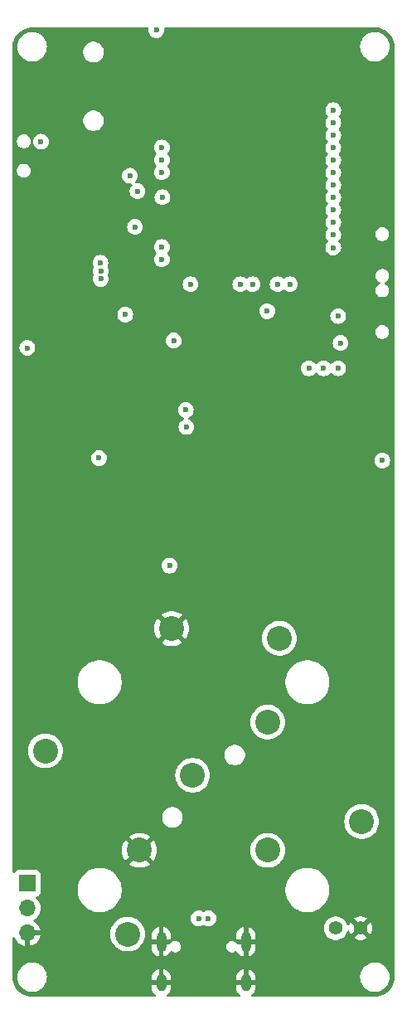
<source format=gbr>
%TF.GenerationSoftware,KiCad,Pcbnew,8.0.7*%
%TF.CreationDate,2025-01-01T16:00:03-05:00*%
%TF.ProjectId,JPL.mp3,4a504c2e-6d70-4332-9e6b-696361645f70,rev?*%
%TF.SameCoordinates,Original*%
%TF.FileFunction,Copper,L2,Inr*%
%TF.FilePolarity,Positive*%
%FSLAX46Y46*%
G04 Gerber Fmt 4.6, Leading zero omitted, Abs format (unit mm)*
G04 Created by KiCad (PCBNEW 8.0.7) date 2025-01-01 16:00:03*
%MOMM*%
%LPD*%
G01*
G04 APERTURE LIST*
%TA.AperFunction,HeatsinkPad*%
%ADD10C,0.600000*%
%TD*%
%TA.AperFunction,ComponentPad*%
%ADD11R,1.700000X1.700000*%
%TD*%
%TA.AperFunction,ComponentPad*%
%ADD12O,1.700000X1.700000*%
%TD*%
%TA.AperFunction,ComponentPad*%
%ADD13C,2.540000*%
%TD*%
%TA.AperFunction,ComponentPad*%
%ADD14C,1.400000*%
%TD*%
%TA.AperFunction,ComponentPad*%
%ADD15O,1.000000X1.800000*%
%TD*%
%TA.AperFunction,ComponentPad*%
%ADD16O,1.000000X2.100000*%
%TD*%
%TA.AperFunction,ViaPad*%
%ADD17C,0.600000*%
%TD*%
G04 APERTURE END LIST*
D10*
%TO.N,GND*%
%TO.C,U1*%
X122750000Y-64720000D03*
X122750000Y-66120000D03*
X123450000Y-64020000D03*
X123450000Y-65420000D03*
X123450000Y-66820000D03*
X124150000Y-64720000D03*
X124150000Y-66120000D03*
X124850000Y-64020000D03*
X124850000Y-65420000D03*
X124850000Y-66820000D03*
X125550000Y-64720000D03*
X125550000Y-66120000D03*
%TD*%
D11*
%TO.N,UART_RX*%
%TO.C,J6*%
X102000000Y-137920000D03*
D12*
%TO.N,UART_TX*%
X102000000Y-140460000D03*
%TO.N,GND*%
X102000000Y-143000000D03*
%TD*%
D13*
%TO.N,ENCA*%
%TO.C,Enc1*%
X126547809Y-121452191D03*
%TO.N,ENCB*%
X126547809Y-134547809D03*
%TO.N,GND*%
X113452191Y-134547809D03*
X116747309Y-111920392D03*
%TO.N,SW1*%
X118889842Y-126889842D03*
%TO.N,SW2*%
X127749890Y-112896199D03*
%TO.N,SW3*%
X136150319Y-131606245D03*
%TO.N,SW4*%
X112250110Y-143103801D03*
%TO.N,SW5*%
X103849681Y-124393755D03*
%TD*%
D14*
%TO.N,Net-(BT1-+)*%
%TO.C,BAT*%
X133500000Y-142500000D03*
%TO.N,GND*%
X136040000Y-142500000D03*
%TD*%
D15*
%TO.N,GND*%
%TO.C,J2*%
X124320000Y-148075000D03*
D16*
X124320000Y-143875000D03*
D15*
X115680000Y-148075000D03*
D16*
X115680000Y-143875000D03*
%TD*%
D17*
%TO.N,+3.3V*%
X113000000Y-70900000D03*
X115175000Y-50800000D03*
X116525000Y-105475000D03*
%TO.N,HOLD*%
X115800000Y-67860000D03*
X103400000Y-62200000D03*
%TO.N,+3.3V*%
X138250000Y-94750000D03*
%TO.N,GND*%
X131000000Y-79500000D03*
%TO.N,+3.3V*%
X133750000Y-80000000D03*
%TO.N,GND*%
X123250000Y-87750000D03*
X116750000Y-87500000D03*
%TO.N,+3.3V*%
X118250000Y-91325000D03*
%TO.N,Net-(J4-Pin_10)*%
X118184662Y-89588867D03*
%TO.N,+3.3V*%
X109325000Y-94500000D03*
X102000000Y-83250000D03*
X112000000Y-79850000D03*
%TO.N,USB_D+*%
X115750000Y-74210000D03*
%TO.N,USB_D-*%
X115750000Y-72940000D03*
%TO.N,+3.3V*%
X112480955Y-65675000D03*
%TO.N,Net-(RST1-B)*%
X126500000Y-79500000D03*
X113250000Y-67250000D03*
%TO.N,SW2*%
X133250000Y-67860000D03*
%TO.N,SW4*%
X133250000Y-65320000D03*
%TO.N,ENCA*%
X133250000Y-60240000D03*
%TO.N,SW3*%
X133250000Y-66590000D03*
%TO.N,SW5*%
X133250000Y-64050000D03*
%TO.N,ENCB*%
X133250000Y-58970000D03*
%TO.N,SW1*%
X133250000Y-69130000D03*
%TO.N,SD_CMD*%
X133750000Y-85325000D03*
X133250000Y-73000000D03*
%TO.N,SD_D0*%
X130750000Y-85325000D03*
X133250000Y-70400000D03*
%TO.N,SD_CLK*%
X132263349Y-85325000D03*
X133250000Y-71670000D03*
%TO.N,USB_D+*%
X120500000Y-141500000D03*
%TO.N,USB_D-*%
X119500000Y-141500000D03*
%TO.N,TFT_DC*%
X127555000Y-76750000D03*
%TO.N,TFT_RST*%
X118665000Y-76750000D03*
%TO.N,TFT_CS*%
X128825000Y-76750000D03*
%TO.N,TFT_SDA*%
X123750000Y-76750000D03*
%TO.N,Net-(J4-Pin_11)*%
X116950000Y-82500000D03*
%TO.N,TFT_SCLK*%
X125000000Y-76750000D03*
%TO.N,UART_RX*%
X133250000Y-62780000D03*
%TO.N,UART_TX*%
X133250000Y-61510000D03*
%TO.N,I2S_SCLK*%
X115750000Y-65320000D03*
X109500000Y-76200000D03*
%TO.N,I2S_LRCLK*%
X115750000Y-62780000D03*
X109467984Y-74555324D03*
%TO.N,I2S_SD*%
X115750000Y-64050000D03*
X109500000Y-75400000D03*
%TO.N,+3.3V*%
X134000000Y-82750000D03*
%TD*%
%TA.AperFunction,Conductor*%
%TO.N,GND*%
G36*
X114331463Y-50520185D02*
G01*
X114377218Y-50572989D01*
X114387644Y-50638383D01*
X114369435Y-50799996D01*
X114369435Y-50800003D01*
X114389630Y-50979249D01*
X114389631Y-50979254D01*
X114449211Y-51149523D01*
X114505763Y-51239524D01*
X114545184Y-51302262D01*
X114672738Y-51429816D01*
X114825478Y-51525789D01*
X114966735Y-51575217D01*
X114995745Y-51585368D01*
X114995750Y-51585369D01*
X115174996Y-51605565D01*
X115175000Y-51605565D01*
X115175004Y-51605565D01*
X115354249Y-51585369D01*
X115354252Y-51585368D01*
X115354255Y-51585368D01*
X115524522Y-51525789D01*
X115677262Y-51429816D01*
X115804816Y-51302262D01*
X115900789Y-51149522D01*
X115960368Y-50979255D01*
X115967152Y-50919048D01*
X115980565Y-50800003D01*
X115980565Y-50799996D01*
X115962356Y-50638383D01*
X115974411Y-50569561D01*
X116021760Y-50518182D01*
X116085576Y-50500500D01*
X137434108Y-50500500D01*
X137495933Y-50500500D01*
X137504043Y-50500765D01*
X137752895Y-50517075D01*
X137768953Y-50519190D01*
X137976105Y-50560395D01*
X138009535Y-50567045D01*
X138025202Y-50571243D01*
X138171031Y-50620745D01*
X138257481Y-50650091D01*
X138272458Y-50656294D01*
X138481799Y-50759529D01*
X138492460Y-50764787D01*
X138506508Y-50772897D01*
X138710464Y-50909177D01*
X138723328Y-50919048D01*
X138907749Y-51080781D01*
X138919218Y-51092250D01*
X139080951Y-51276671D01*
X139090825Y-51289539D01*
X139227102Y-51493492D01*
X139235212Y-51507539D01*
X139343702Y-51727534D01*
X139349909Y-51742520D01*
X139428756Y-51974797D01*
X139432954Y-51990464D01*
X139480807Y-52231035D01*
X139482925Y-52247116D01*
X139499235Y-52495956D01*
X139499500Y-52504066D01*
X139499500Y-147495933D01*
X139499235Y-147504043D01*
X139482925Y-147752883D01*
X139480807Y-147768964D01*
X139432954Y-148009535D01*
X139428756Y-148025202D01*
X139349909Y-148257479D01*
X139343702Y-148272465D01*
X139235212Y-148492460D01*
X139227102Y-148506507D01*
X139090825Y-148710460D01*
X139080951Y-148723328D01*
X138919218Y-148907749D01*
X138907749Y-148919218D01*
X138723328Y-149080951D01*
X138710460Y-149090825D01*
X138506507Y-149227102D01*
X138492460Y-149235212D01*
X138272465Y-149343702D01*
X138257479Y-149349909D01*
X138025202Y-149428756D01*
X138009535Y-149432954D01*
X137768964Y-149480807D01*
X137752883Y-149482925D01*
X137504043Y-149499235D01*
X137495933Y-149499500D01*
X124995454Y-149499500D01*
X124928415Y-149479815D01*
X124882660Y-149427011D01*
X124872716Y-149357853D01*
X124901741Y-149294297D01*
X124926563Y-149272398D01*
X124957463Y-149251751D01*
X125096748Y-149112466D01*
X125096751Y-149112462D01*
X125206185Y-148948684D01*
X125206192Y-148948671D01*
X125281569Y-148766693D01*
X125281572Y-148766681D01*
X125319999Y-148573495D01*
X125320000Y-148573492D01*
X125320000Y-148325000D01*
X124620000Y-148325000D01*
X124620000Y-147825000D01*
X125320000Y-147825000D01*
X125320000Y-147576508D01*
X125319999Y-147576504D01*
X125304780Y-147499994D01*
X135994357Y-147499994D01*
X135994357Y-147500005D01*
X136014890Y-147747812D01*
X136014892Y-147747824D01*
X136075936Y-147988881D01*
X136175826Y-148216606D01*
X136311833Y-148424782D01*
X136311836Y-148424785D01*
X136480256Y-148607738D01*
X136676491Y-148760474D01*
X136895190Y-148878828D01*
X137130386Y-148959571D01*
X137375665Y-149000500D01*
X137624335Y-149000500D01*
X137869614Y-148959571D01*
X138104810Y-148878828D01*
X138323509Y-148760474D01*
X138519744Y-148607738D01*
X138688164Y-148424785D01*
X138824173Y-148216607D01*
X138924063Y-147988881D01*
X138985108Y-147747821D01*
X138992613Y-147657250D01*
X139005643Y-147500005D01*
X139005643Y-147499994D01*
X138985109Y-147252187D01*
X138985107Y-147252175D01*
X138924063Y-147011118D01*
X138824173Y-146783393D01*
X138688166Y-146575217D01*
X138666557Y-146551744D01*
X138519744Y-146392262D01*
X138323509Y-146239526D01*
X138323507Y-146239525D01*
X138323506Y-146239524D01*
X138104811Y-146121172D01*
X138104802Y-146121169D01*
X137869616Y-146040429D01*
X137624335Y-145999500D01*
X137375665Y-145999500D01*
X137130383Y-146040429D01*
X136895197Y-146121169D01*
X136895188Y-146121172D01*
X136676493Y-146239524D01*
X136480257Y-146392261D01*
X136311833Y-146575217D01*
X136175826Y-146783393D01*
X136075936Y-147011118D01*
X136014892Y-147252175D01*
X136014890Y-147252187D01*
X135994357Y-147499994D01*
X125304780Y-147499994D01*
X125281572Y-147383318D01*
X125281569Y-147383306D01*
X125206192Y-147201328D01*
X125206185Y-147201315D01*
X125096751Y-147037537D01*
X125096748Y-147037533D01*
X124957466Y-146898251D01*
X124957462Y-146898248D01*
X124793684Y-146788814D01*
X124793671Y-146788807D01*
X124611691Y-146713429D01*
X124611683Y-146713427D01*
X124570000Y-146705135D01*
X124570000Y-147508011D01*
X124560060Y-147490795D01*
X124504205Y-147434940D01*
X124435796Y-147395444D01*
X124359496Y-147375000D01*
X124280504Y-147375000D01*
X124204204Y-147395444D01*
X124135795Y-147434940D01*
X124079940Y-147490795D01*
X124070000Y-147508011D01*
X124070000Y-146705136D01*
X124069999Y-146705135D01*
X124028316Y-146713427D01*
X124028308Y-146713429D01*
X123846328Y-146788807D01*
X123846315Y-146788814D01*
X123682537Y-146898248D01*
X123682533Y-146898251D01*
X123543251Y-147037533D01*
X123543248Y-147037537D01*
X123433814Y-147201315D01*
X123433807Y-147201328D01*
X123358430Y-147383306D01*
X123358427Y-147383318D01*
X123320000Y-147576504D01*
X123320000Y-147825000D01*
X124020000Y-147825000D01*
X124020000Y-148325000D01*
X123320000Y-148325000D01*
X123320000Y-148573495D01*
X123358427Y-148766681D01*
X123358430Y-148766693D01*
X123433807Y-148948671D01*
X123433814Y-148948684D01*
X123543248Y-149112462D01*
X123543251Y-149112466D01*
X123682536Y-149251751D01*
X123713437Y-149272398D01*
X123758242Y-149326010D01*
X123766949Y-149395335D01*
X123736795Y-149458362D01*
X123677352Y-149495082D01*
X123644546Y-149499500D01*
X116355454Y-149499500D01*
X116288415Y-149479815D01*
X116242660Y-149427011D01*
X116232716Y-149357853D01*
X116261741Y-149294297D01*
X116286563Y-149272398D01*
X116317463Y-149251751D01*
X116456748Y-149112466D01*
X116456751Y-149112462D01*
X116566185Y-148948684D01*
X116566192Y-148948671D01*
X116641569Y-148766693D01*
X116641572Y-148766681D01*
X116679999Y-148573495D01*
X116680000Y-148573492D01*
X116680000Y-148325000D01*
X115980000Y-148325000D01*
X115980000Y-147825000D01*
X116680000Y-147825000D01*
X116680000Y-147576508D01*
X116679999Y-147576504D01*
X116641572Y-147383318D01*
X116641569Y-147383306D01*
X116566192Y-147201328D01*
X116566185Y-147201315D01*
X116456751Y-147037537D01*
X116456748Y-147037533D01*
X116317466Y-146898251D01*
X116317462Y-146898248D01*
X116153684Y-146788814D01*
X116153671Y-146788807D01*
X115971691Y-146713429D01*
X115971683Y-146713427D01*
X115930000Y-146705135D01*
X115930000Y-147508011D01*
X115920060Y-147490795D01*
X115864205Y-147434940D01*
X115795796Y-147395444D01*
X115719496Y-147375000D01*
X115640504Y-147375000D01*
X115564204Y-147395444D01*
X115495795Y-147434940D01*
X115439940Y-147490795D01*
X115430000Y-147508011D01*
X115430000Y-146705136D01*
X115429999Y-146705135D01*
X115388316Y-146713427D01*
X115388308Y-146713429D01*
X115206328Y-146788807D01*
X115206315Y-146788814D01*
X115042537Y-146898248D01*
X115042533Y-146898251D01*
X114903251Y-147037533D01*
X114903248Y-147037537D01*
X114793814Y-147201315D01*
X114793807Y-147201328D01*
X114718430Y-147383306D01*
X114718427Y-147383318D01*
X114680000Y-147576504D01*
X114680000Y-147825000D01*
X115380000Y-147825000D01*
X115380000Y-148325000D01*
X114680000Y-148325000D01*
X114680000Y-148573495D01*
X114718427Y-148766681D01*
X114718430Y-148766693D01*
X114793807Y-148948671D01*
X114793814Y-148948684D01*
X114903248Y-149112462D01*
X114903251Y-149112466D01*
X115042536Y-149251751D01*
X115073437Y-149272398D01*
X115118242Y-149326010D01*
X115126949Y-149395335D01*
X115096795Y-149458362D01*
X115037352Y-149495082D01*
X115004546Y-149499500D01*
X102504067Y-149499500D01*
X102495957Y-149499235D01*
X102247116Y-149482925D01*
X102231035Y-149480807D01*
X101990464Y-149432954D01*
X101974797Y-149428756D01*
X101742520Y-149349909D01*
X101727534Y-149343702D01*
X101507539Y-149235212D01*
X101493492Y-149227102D01*
X101289539Y-149090825D01*
X101276671Y-149080951D01*
X101092250Y-148919218D01*
X101080781Y-148907749D01*
X100919048Y-148723328D01*
X100909174Y-148710460D01*
X100840537Y-148607738D01*
X100772897Y-148506507D01*
X100764787Y-148492460D01*
X100658855Y-148277652D01*
X100656294Y-148272458D01*
X100650090Y-148257479D01*
X100571243Y-148025202D01*
X100567045Y-148009535D01*
X100540781Y-147877497D01*
X100519190Y-147768953D01*
X100517075Y-147752895D01*
X100500765Y-147504043D01*
X100500633Y-147499994D01*
X100994357Y-147499994D01*
X100994357Y-147500005D01*
X101014890Y-147747812D01*
X101014892Y-147747824D01*
X101075936Y-147988881D01*
X101175826Y-148216606D01*
X101311833Y-148424782D01*
X101311836Y-148424785D01*
X101480256Y-148607738D01*
X101676491Y-148760474D01*
X101895190Y-148878828D01*
X102130386Y-148959571D01*
X102375665Y-149000500D01*
X102624335Y-149000500D01*
X102869614Y-148959571D01*
X103104810Y-148878828D01*
X103323509Y-148760474D01*
X103519744Y-148607738D01*
X103688164Y-148424785D01*
X103824173Y-148216607D01*
X103924063Y-147988881D01*
X103985108Y-147747821D01*
X103992613Y-147657250D01*
X104005643Y-147500005D01*
X104005643Y-147499994D01*
X103985109Y-147252187D01*
X103985107Y-147252175D01*
X103924063Y-147011118D01*
X103824173Y-146783393D01*
X103688166Y-146575217D01*
X103666557Y-146551744D01*
X103519744Y-146392262D01*
X103323509Y-146239526D01*
X103323507Y-146239525D01*
X103323506Y-146239524D01*
X103104811Y-146121172D01*
X103104802Y-146121169D01*
X102869616Y-146040429D01*
X102624335Y-145999500D01*
X102375665Y-145999500D01*
X102130383Y-146040429D01*
X101895197Y-146121169D01*
X101895188Y-146121172D01*
X101676493Y-146239524D01*
X101480257Y-146392261D01*
X101311833Y-146575217D01*
X101175826Y-146783393D01*
X101075936Y-147011118D01*
X101014892Y-147252175D01*
X101014890Y-147252187D01*
X100994357Y-147499994D01*
X100500633Y-147499994D01*
X100500500Y-147495933D01*
X100500500Y-143538011D01*
X100520185Y-143470972D01*
X100572989Y-143425217D01*
X100642147Y-143415273D01*
X100705703Y-143444298D01*
X100736882Y-143485606D01*
X100826399Y-143677578D01*
X100961894Y-143871082D01*
X101128917Y-144038105D01*
X101322421Y-144173600D01*
X101536507Y-144273429D01*
X101536516Y-144273433D01*
X101750000Y-144330634D01*
X101750000Y-143433012D01*
X101807007Y-143465925D01*
X101934174Y-143500000D01*
X102065826Y-143500000D01*
X102192993Y-143465925D01*
X102250000Y-143433012D01*
X102250000Y-144330633D01*
X102463483Y-144273433D01*
X102463492Y-144273429D01*
X102677578Y-144173600D01*
X102871082Y-144038105D01*
X103038105Y-143871082D01*
X103173600Y-143677578D01*
X103273429Y-143463492D01*
X103273432Y-143463486D01*
X103330636Y-143250000D01*
X102433012Y-143250000D01*
X102465925Y-143192993D01*
X102489826Y-143103796D01*
X110474645Y-143103796D01*
X110474645Y-143103805D01*
X110494473Y-143368410D01*
X110494474Y-143368415D01*
X110553520Y-143627114D01*
X110553522Y-143627123D01*
X110553524Y-143627128D01*
X110650471Y-143874146D01*
X110783152Y-144103956D01*
X110948602Y-144311424D01*
X111143126Y-144491915D01*
X111362378Y-144641399D01*
X111601460Y-144756535D01*
X111855032Y-144834751D01*
X111855033Y-144834751D01*
X111855036Y-144834752D01*
X112117421Y-144874300D01*
X112117426Y-144874300D01*
X112117429Y-144874301D01*
X112117430Y-144874301D01*
X112382790Y-144874301D01*
X112382791Y-144874301D01*
X112382798Y-144874300D01*
X112645183Y-144834752D01*
X112645184Y-144834751D01*
X112645188Y-144834751D01*
X112898760Y-144756535D01*
X113137843Y-144641399D01*
X113357094Y-144491915D01*
X113551618Y-144311424D01*
X113717068Y-144103956D01*
X113849749Y-143874146D01*
X113946696Y-143627128D01*
X114005745Y-143368420D01*
X114009955Y-143312238D01*
X114016380Y-143226504D01*
X114680000Y-143226504D01*
X114680000Y-143625000D01*
X115380000Y-143625000D01*
X115380000Y-144125000D01*
X114680000Y-144125000D01*
X114680000Y-144523495D01*
X114718427Y-144716681D01*
X114718430Y-144716693D01*
X114793807Y-144898671D01*
X114793814Y-144898684D01*
X114903248Y-145062462D01*
X114903251Y-145062466D01*
X115042533Y-145201748D01*
X115042537Y-145201751D01*
X115206315Y-145311185D01*
X115206328Y-145311192D01*
X115388308Y-145386569D01*
X115430000Y-145394862D01*
X115430000Y-144591988D01*
X115439940Y-144609205D01*
X115495795Y-144665060D01*
X115564204Y-144704556D01*
X115640504Y-144725000D01*
X115719496Y-144725000D01*
X115795796Y-144704556D01*
X115864205Y-144665060D01*
X115920060Y-144609205D01*
X115930000Y-144591988D01*
X115930000Y-145394862D01*
X115971690Y-145386569D01*
X115971692Y-145386569D01*
X116153671Y-145311192D01*
X116153684Y-145311185D01*
X116317462Y-145201751D01*
X116317466Y-145201748D01*
X116456748Y-145062466D01*
X116456751Y-145062462D01*
X116566181Y-144898690D01*
X116569037Y-144893346D01*
X116617993Y-144843495D01*
X116686128Y-144828025D01*
X116751811Y-144851847D01*
X116753895Y-144853412D01*
X116756632Y-144855512D01*
X116756635Y-144855515D01*
X116887865Y-144931281D01*
X117034234Y-144970500D01*
X117034236Y-144970500D01*
X117185764Y-144970500D01*
X117185766Y-144970500D01*
X117332135Y-144931281D01*
X117463365Y-144855515D01*
X117570515Y-144748365D01*
X117646281Y-144617135D01*
X117685500Y-144470766D01*
X117685500Y-144319234D01*
X122314500Y-144319234D01*
X122314500Y-144470766D01*
X122328628Y-144523492D01*
X122353719Y-144617136D01*
X122391602Y-144682750D01*
X122429485Y-144748365D01*
X122536635Y-144855515D01*
X122667865Y-144931281D01*
X122814234Y-144970500D01*
X122814236Y-144970500D01*
X122965764Y-144970500D01*
X122965766Y-144970500D01*
X123112135Y-144931281D01*
X123243365Y-144855515D01*
X123243373Y-144855506D01*
X123246105Y-144853412D01*
X123248834Y-144852356D01*
X123250403Y-144851451D01*
X123250544Y-144851695D01*
X123311274Y-144828215D01*
X123379719Y-144842251D01*
X123429710Y-144891064D01*
X123430955Y-144893335D01*
X123433812Y-144898680D01*
X123543248Y-145062462D01*
X123543251Y-145062466D01*
X123682533Y-145201748D01*
X123682537Y-145201751D01*
X123846315Y-145311185D01*
X123846328Y-145311192D01*
X124028308Y-145386569D01*
X124070000Y-145394862D01*
X124070000Y-144591988D01*
X124079940Y-144609205D01*
X124135795Y-144665060D01*
X124204204Y-144704556D01*
X124280504Y-144725000D01*
X124359496Y-144725000D01*
X124435796Y-144704556D01*
X124504205Y-144665060D01*
X124560060Y-144609205D01*
X124570000Y-144591988D01*
X124570000Y-145394862D01*
X124611690Y-145386569D01*
X124611692Y-145386569D01*
X124793671Y-145311192D01*
X124793684Y-145311185D01*
X124957462Y-145201751D01*
X124957466Y-145201748D01*
X125096748Y-145062466D01*
X125096751Y-145062462D01*
X125206185Y-144898684D01*
X125206192Y-144898671D01*
X125281569Y-144716693D01*
X125281572Y-144716681D01*
X125319999Y-144523495D01*
X125320000Y-144523492D01*
X125320000Y-144125000D01*
X124620000Y-144125000D01*
X124620000Y-143625000D01*
X125320000Y-143625000D01*
X125320000Y-143226508D01*
X125319999Y-143226504D01*
X125281572Y-143033318D01*
X125281569Y-143033306D01*
X125206192Y-142851328D01*
X125206185Y-142851315D01*
X125096751Y-142687537D01*
X125096748Y-142687533D01*
X124957466Y-142548251D01*
X124957462Y-142548248D01*
X124885253Y-142499999D01*
X132294357Y-142499999D01*
X132294357Y-142500000D01*
X132314884Y-142721535D01*
X132314885Y-142721537D01*
X132375769Y-142935523D01*
X132375775Y-142935538D01*
X132474938Y-143134683D01*
X132474943Y-143134691D01*
X132609020Y-143312238D01*
X132773437Y-143462123D01*
X132773439Y-143462125D01*
X132962595Y-143579245D01*
X132962596Y-143579245D01*
X132962599Y-143579247D01*
X133170060Y-143659618D01*
X133388757Y-143700500D01*
X133388759Y-143700500D01*
X133611241Y-143700500D01*
X133611243Y-143700500D01*
X133829940Y-143659618D01*
X134037401Y-143579247D01*
X134226562Y-143462124D01*
X134390981Y-143312236D01*
X134525058Y-143134689D01*
X134540437Y-143103805D01*
X134624224Y-142935538D01*
X134624223Y-142935538D01*
X134624229Y-142935528D01*
X134650995Y-142841455D01*
X134688272Y-142782367D01*
X134751581Y-142752809D01*
X134820821Y-142762171D01*
X134874007Y-142807480D01*
X134889525Y-142841460D01*
X134916236Y-142935342D01*
X134916239Y-142935348D01*
X135015364Y-143134419D01*
X135015366Y-143134421D01*
X135031138Y-143155306D01*
X135640000Y-142546445D01*
X135640000Y-142552661D01*
X135667259Y-142654394D01*
X135719920Y-142745606D01*
X135794394Y-142820080D01*
X135885606Y-142872741D01*
X135987339Y-142900000D01*
X135993554Y-142900000D01*
X135386671Y-143506880D01*
X135502823Y-143578798D01*
X135502824Y-143578799D01*
X135710195Y-143659134D01*
X135928807Y-143700000D01*
X136151193Y-143700000D01*
X136369804Y-143659134D01*
X136577177Y-143578798D01*
X136577178Y-143578797D01*
X136693327Y-143506880D01*
X136086447Y-142900000D01*
X136092661Y-142900000D01*
X136194394Y-142872741D01*
X136285606Y-142820080D01*
X136360080Y-142745606D01*
X136412741Y-142654394D01*
X136440000Y-142552661D01*
X136440000Y-142546446D01*
X137048860Y-143155306D01*
X137048861Y-143155306D01*
X137064631Y-143134425D01*
X137064632Y-143134422D01*
X137163759Y-142935350D01*
X137224621Y-142721439D01*
X137245141Y-142500000D01*
X137245141Y-142499999D01*
X137224621Y-142278560D01*
X137163759Y-142064649D01*
X137064633Y-141865577D01*
X137064631Y-141865574D01*
X137048860Y-141844691D01*
X136440000Y-142453552D01*
X136440000Y-142447339D01*
X136412741Y-142345606D01*
X136360080Y-142254394D01*
X136285606Y-142179920D01*
X136194394Y-142127259D01*
X136092661Y-142100000D01*
X136086447Y-142100000D01*
X136693327Y-141493118D01*
X136693326Y-141493117D01*
X136577181Y-141421203D01*
X136577175Y-141421200D01*
X136369804Y-141340865D01*
X136151193Y-141300000D01*
X135928807Y-141300000D01*
X135710195Y-141340865D01*
X135502824Y-141421200D01*
X135502818Y-141421204D01*
X135386672Y-141493117D01*
X135386671Y-141493118D01*
X135993554Y-142100000D01*
X135987339Y-142100000D01*
X135885606Y-142127259D01*
X135794394Y-142179920D01*
X135719920Y-142254394D01*
X135667259Y-142345606D01*
X135640000Y-142447339D01*
X135640000Y-142453553D01*
X135031138Y-141844691D01*
X135031137Y-141844691D01*
X135015369Y-141865571D01*
X134916239Y-142064651D01*
X134916237Y-142064655D01*
X134889525Y-142158540D01*
X134852246Y-142217633D01*
X134788936Y-142247190D01*
X134719697Y-142237828D01*
X134666510Y-142192518D01*
X134650994Y-142158541D01*
X134624229Y-142064472D01*
X134593252Y-142002262D01*
X134525061Y-141865316D01*
X134525056Y-141865308D01*
X134390979Y-141687761D01*
X134226562Y-141537876D01*
X134226560Y-141537874D01*
X134037404Y-141420754D01*
X134037398Y-141420752D01*
X133829940Y-141340382D01*
X133611243Y-141299500D01*
X133388757Y-141299500D01*
X133170060Y-141340382D01*
X133038864Y-141391207D01*
X132962601Y-141420752D01*
X132962595Y-141420754D01*
X132773439Y-141537874D01*
X132773437Y-141537876D01*
X132609020Y-141687761D01*
X132474943Y-141865308D01*
X132474938Y-141865316D01*
X132375775Y-142064461D01*
X132375769Y-142064476D01*
X132314885Y-142278462D01*
X132314884Y-142278464D01*
X132294357Y-142499999D01*
X124885253Y-142499999D01*
X124793684Y-142438814D01*
X124793671Y-142438807D01*
X124611691Y-142363429D01*
X124611683Y-142363427D01*
X124570000Y-142355135D01*
X124570000Y-143158011D01*
X124560060Y-143140795D01*
X124504205Y-143084940D01*
X124435796Y-143045444D01*
X124359496Y-143025000D01*
X124280504Y-143025000D01*
X124204204Y-143045444D01*
X124135795Y-143084940D01*
X124079940Y-143140795D01*
X124070000Y-143158011D01*
X124070000Y-142355136D01*
X124069999Y-142355135D01*
X124028316Y-142363427D01*
X124028308Y-142363429D01*
X123846328Y-142438807D01*
X123846315Y-142438814D01*
X123682537Y-142548248D01*
X123682533Y-142548251D01*
X123543251Y-142687533D01*
X123543248Y-142687537D01*
X123433814Y-142851315D01*
X123433807Y-142851328D01*
X123358430Y-143033306D01*
X123358427Y-143033318D01*
X123320000Y-143226504D01*
X123320000Y-143625000D01*
X124020000Y-143625000D01*
X124020000Y-144125000D01*
X123470237Y-144125000D01*
X123403198Y-144105315D01*
X123362850Y-144063000D01*
X123350515Y-144041635D01*
X123243365Y-143934485D01*
X123177750Y-143896602D01*
X123112136Y-143858719D01*
X123038950Y-143839109D01*
X122965766Y-143819500D01*
X122814234Y-143819500D01*
X122667863Y-143858719D01*
X122536635Y-143934485D01*
X122536632Y-143934487D01*
X122429487Y-144041632D01*
X122429485Y-144041635D01*
X122353719Y-144172863D01*
X122353522Y-144173600D01*
X122314500Y-144319234D01*
X117685500Y-144319234D01*
X117646281Y-144172865D01*
X117570515Y-144041635D01*
X117463365Y-143934485D01*
X117397750Y-143896602D01*
X117332136Y-143858719D01*
X117258950Y-143839109D01*
X117185766Y-143819500D01*
X117034234Y-143819500D01*
X116887863Y-143858719D01*
X116756635Y-143934485D01*
X116756632Y-143934487D01*
X116649487Y-144041632D01*
X116649483Y-144041638D01*
X116637150Y-144063000D01*
X116586583Y-144111216D01*
X116529763Y-144125000D01*
X115980000Y-144125000D01*
X115980000Y-143625000D01*
X116680000Y-143625000D01*
X116680000Y-143226508D01*
X116679999Y-143226504D01*
X116641572Y-143033318D01*
X116641569Y-143033306D01*
X116566192Y-142851328D01*
X116566185Y-142851315D01*
X116456751Y-142687537D01*
X116456748Y-142687533D01*
X116317466Y-142548251D01*
X116317462Y-142548248D01*
X116153684Y-142438814D01*
X116153671Y-142438807D01*
X115971691Y-142363429D01*
X115971683Y-142363427D01*
X115930000Y-142355135D01*
X115930000Y-143158011D01*
X115920060Y-143140795D01*
X115864205Y-143084940D01*
X115795796Y-143045444D01*
X115719496Y-143025000D01*
X115640504Y-143025000D01*
X115564204Y-143045444D01*
X115495795Y-143084940D01*
X115439940Y-143140795D01*
X115430000Y-143158011D01*
X115430000Y-142355136D01*
X115429999Y-142355135D01*
X115388316Y-142363427D01*
X115388308Y-142363429D01*
X115206328Y-142438807D01*
X115206315Y-142438814D01*
X115042537Y-142548248D01*
X115042533Y-142548251D01*
X114903251Y-142687533D01*
X114903248Y-142687537D01*
X114793814Y-142851315D01*
X114793807Y-142851328D01*
X114718430Y-143033306D01*
X114718427Y-143033318D01*
X114680000Y-143226504D01*
X114016380Y-143226504D01*
X114025575Y-143103805D01*
X114025575Y-143103796D01*
X114005746Y-142839191D01*
X114005745Y-142839186D01*
X114005745Y-142839182D01*
X113946696Y-142580474D01*
X113849749Y-142333456D01*
X113717068Y-142103646D01*
X113551618Y-141896178D01*
X113357094Y-141715687D01*
X113316134Y-141687761D01*
X113137846Y-141566205D01*
X113137835Y-141566198D01*
X113000364Y-141499996D01*
X118694435Y-141499996D01*
X118694435Y-141500003D01*
X118714630Y-141679249D01*
X118714631Y-141679254D01*
X118774211Y-141849523D01*
X118844817Y-141961891D01*
X118870184Y-142002262D01*
X118997738Y-142129816D01*
X119043452Y-142158540D01*
X119137497Y-142217633D01*
X119150478Y-142225789D01*
X119301009Y-142278462D01*
X119320745Y-142285368D01*
X119320750Y-142285369D01*
X119499996Y-142305565D01*
X119500000Y-142305565D01*
X119500004Y-142305565D01*
X119679249Y-142285369D01*
X119679252Y-142285368D01*
X119679255Y-142285368D01*
X119849522Y-142225789D01*
X119862503Y-142217633D01*
X119934027Y-142172691D01*
X120001264Y-142153690D01*
X120065973Y-142172691D01*
X120150475Y-142225788D01*
X120320745Y-142285368D01*
X120320750Y-142285369D01*
X120499996Y-142305565D01*
X120500000Y-142305565D01*
X120500004Y-142305565D01*
X120679249Y-142285369D01*
X120679252Y-142285368D01*
X120679255Y-142285368D01*
X120849522Y-142225789D01*
X121002262Y-142129816D01*
X121129816Y-142002262D01*
X121225789Y-141849522D01*
X121285368Y-141679255D01*
X121298106Y-141566203D01*
X121305565Y-141500003D01*
X121305565Y-141499996D01*
X121285369Y-141320750D01*
X121285368Y-141320745D01*
X121225788Y-141150476D01*
X121129815Y-140997737D01*
X121002262Y-140870184D01*
X120849523Y-140774211D01*
X120679254Y-140714631D01*
X120679249Y-140714630D01*
X120500004Y-140694435D01*
X120499996Y-140694435D01*
X120320750Y-140714630D01*
X120320737Y-140714633D01*
X120150479Y-140774209D01*
X120065971Y-140827309D01*
X119998734Y-140846309D01*
X119934029Y-140827309D01*
X119849520Y-140774209D01*
X119679262Y-140714633D01*
X119679249Y-140714630D01*
X119500004Y-140694435D01*
X119499996Y-140694435D01*
X119320750Y-140714630D01*
X119320745Y-140714631D01*
X119150476Y-140774211D01*
X118997737Y-140870184D01*
X118870184Y-140997737D01*
X118774211Y-141150476D01*
X118714631Y-141320745D01*
X118714630Y-141320750D01*
X118694435Y-141499996D01*
X113000364Y-141499996D01*
X112898765Y-141451069D01*
X112898746Y-141451062D01*
X112645193Y-141372852D01*
X112645183Y-141372849D01*
X112382798Y-141333301D01*
X112382791Y-141333301D01*
X112117429Y-141333301D01*
X112117421Y-141333301D01*
X111855036Y-141372849D01*
X111855026Y-141372852D01*
X111601473Y-141451062D01*
X111601454Y-141451069D01*
X111362386Y-141566198D01*
X111362384Y-141566199D01*
X111143125Y-141715687D01*
X110948604Y-141896176D01*
X110948602Y-141896178D01*
X110783152Y-142103646D01*
X110650471Y-142333455D01*
X110553526Y-142580468D01*
X110553520Y-142580487D01*
X110494474Y-142839186D01*
X110494473Y-142839191D01*
X110474645Y-143103796D01*
X102489826Y-143103796D01*
X102500000Y-143065826D01*
X102500000Y-142934174D01*
X102465925Y-142807007D01*
X102433012Y-142750000D01*
X103330636Y-142750000D01*
X103330635Y-142749999D01*
X103273432Y-142536513D01*
X103273429Y-142536507D01*
X103173600Y-142322422D01*
X103173599Y-142322420D01*
X103038113Y-142128926D01*
X103038108Y-142128920D01*
X102871078Y-141961890D01*
X102685405Y-141831879D01*
X102641780Y-141777302D01*
X102634588Y-141707804D01*
X102666110Y-141645449D01*
X102685406Y-141628730D01*
X102774704Y-141566203D01*
X102871401Y-141498495D01*
X103038495Y-141331401D01*
X103174035Y-141137830D01*
X103273903Y-140923663D01*
X103335063Y-140695408D01*
X103355659Y-140460000D01*
X103335063Y-140224592D01*
X103286888Y-140044799D01*
X103273905Y-139996344D01*
X103273904Y-139996343D01*
X103273903Y-139996337D01*
X103174035Y-139782171D01*
X103049357Y-139604112D01*
X103038496Y-139588600D01*
X103038495Y-139588599D01*
X102916567Y-139466671D01*
X102883084Y-139405351D01*
X102888068Y-139335659D01*
X102929939Y-139279725D01*
X102960915Y-139262810D01*
X103092331Y-139213796D01*
X103207546Y-139127546D01*
X103293796Y-139012331D01*
X103344091Y-138877483D01*
X103350500Y-138817873D01*
X103350500Y-138459088D01*
X107142898Y-138459088D01*
X107142898Y-138754115D01*
X107173607Y-138987364D01*
X107181405Y-139046595D01*
X107257759Y-139331553D01*
X107257762Y-139331563D01*
X107370652Y-139604102D01*
X107370656Y-139604112D01*
X107518159Y-139859595D01*
X107697750Y-140093642D01*
X107697756Y-140093649D01*
X107906350Y-140302243D01*
X107906357Y-140302249D01*
X108140404Y-140481840D01*
X108395887Y-140629343D01*
X108395888Y-140629343D01*
X108395891Y-140629345D01*
X108668446Y-140742241D01*
X108953405Y-140818595D01*
X109245892Y-140857102D01*
X109245899Y-140857102D01*
X109540897Y-140857102D01*
X109540904Y-140857102D01*
X109833391Y-140818595D01*
X110118350Y-140742241D01*
X110390905Y-140629345D01*
X110646392Y-140481840D01*
X110880440Y-140302248D01*
X111089044Y-140093644D01*
X111268636Y-139859596D01*
X111416141Y-139604109D01*
X111529037Y-139331554D01*
X111605391Y-139046595D01*
X111643898Y-138754108D01*
X111643898Y-138459096D01*
X111643897Y-138459088D01*
X128356102Y-138459088D01*
X128356102Y-138754115D01*
X128386811Y-138987364D01*
X128394609Y-139046595D01*
X128470963Y-139331553D01*
X128470966Y-139331563D01*
X128583856Y-139604102D01*
X128583860Y-139604112D01*
X128731363Y-139859595D01*
X128910954Y-140093642D01*
X128910960Y-140093649D01*
X129119554Y-140302243D01*
X129119561Y-140302249D01*
X129353608Y-140481840D01*
X129609091Y-140629343D01*
X129609092Y-140629343D01*
X129609095Y-140629345D01*
X129881650Y-140742241D01*
X130166609Y-140818595D01*
X130459096Y-140857102D01*
X130459103Y-140857102D01*
X130754101Y-140857102D01*
X130754108Y-140857102D01*
X131046595Y-140818595D01*
X131331554Y-140742241D01*
X131604109Y-140629345D01*
X131859596Y-140481840D01*
X132093644Y-140302248D01*
X132302248Y-140093644D01*
X132481840Y-139859596D01*
X132629345Y-139604109D01*
X132742241Y-139331554D01*
X132818595Y-139046595D01*
X132857102Y-138754108D01*
X132857102Y-138459096D01*
X132818595Y-138166609D01*
X132742241Y-137881650D01*
X132629345Y-137609095D01*
X132481840Y-137353608D01*
X132302248Y-137119560D01*
X132302243Y-137119554D01*
X132093649Y-136910960D01*
X132093642Y-136910954D01*
X131859595Y-136731363D01*
X131604112Y-136583860D01*
X131604102Y-136583856D01*
X131331563Y-136470966D01*
X131331556Y-136470964D01*
X131331554Y-136470963D01*
X131046595Y-136394609D01*
X130997715Y-136388173D01*
X130754115Y-136356102D01*
X130754108Y-136356102D01*
X130459096Y-136356102D01*
X130459088Y-136356102D01*
X130180687Y-136392755D01*
X130166609Y-136394609D01*
X129881650Y-136470963D01*
X129881640Y-136470966D01*
X129609101Y-136583856D01*
X129609091Y-136583860D01*
X129353608Y-136731363D01*
X129119561Y-136910954D01*
X129119554Y-136910960D01*
X128910960Y-137119554D01*
X128910954Y-137119561D01*
X128731363Y-137353608D01*
X128583860Y-137609091D01*
X128583856Y-137609101D01*
X128470966Y-137881640D01*
X128470963Y-137881650D01*
X128394610Y-138166606D01*
X128394608Y-138166617D01*
X128356102Y-138459088D01*
X111643897Y-138459088D01*
X111605391Y-138166609D01*
X111529037Y-137881650D01*
X111416141Y-137609095D01*
X111268636Y-137353608D01*
X111089044Y-137119560D01*
X111089039Y-137119554D01*
X110880445Y-136910960D01*
X110880438Y-136910954D01*
X110646391Y-136731363D01*
X110390908Y-136583860D01*
X110390898Y-136583856D01*
X110118359Y-136470966D01*
X110118352Y-136470964D01*
X110118350Y-136470963D01*
X109833391Y-136394609D01*
X109784511Y-136388173D01*
X109540911Y-136356102D01*
X109540904Y-136356102D01*
X109245892Y-136356102D01*
X109245884Y-136356102D01*
X108967483Y-136392755D01*
X108953405Y-136394609D01*
X108668446Y-136470963D01*
X108668436Y-136470966D01*
X108395897Y-136583856D01*
X108395887Y-136583860D01*
X108140404Y-136731363D01*
X107906357Y-136910954D01*
X107906350Y-136910960D01*
X107697756Y-137119554D01*
X107697750Y-137119561D01*
X107518159Y-137353608D01*
X107370656Y-137609091D01*
X107370652Y-137609101D01*
X107257762Y-137881640D01*
X107257759Y-137881650D01*
X107181406Y-138166606D01*
X107181404Y-138166617D01*
X107142898Y-138459088D01*
X103350500Y-138459088D01*
X103350499Y-137022128D01*
X103344091Y-136962517D01*
X103324859Y-136910954D01*
X103293797Y-136827671D01*
X103293793Y-136827664D01*
X103207547Y-136712455D01*
X103207544Y-136712452D01*
X103092335Y-136626206D01*
X103092328Y-136626202D01*
X102957482Y-136575908D01*
X102957483Y-136575908D01*
X102897883Y-136569501D01*
X102897881Y-136569500D01*
X102897873Y-136569500D01*
X102897864Y-136569500D01*
X101102129Y-136569500D01*
X101102123Y-136569501D01*
X101042516Y-136575908D01*
X100907671Y-136626202D01*
X100907664Y-136626206D01*
X100792455Y-136712452D01*
X100792452Y-136712455D01*
X100723766Y-136804208D01*
X100667832Y-136846079D01*
X100598141Y-136851063D01*
X100536818Y-136817577D01*
X100503334Y-136756254D01*
X100500500Y-136729897D01*
X100500500Y-134547804D01*
X111677228Y-134547804D01*
X111677228Y-134547813D01*
X111697051Y-134812344D01*
X111697052Y-134812349D01*
X111756081Y-135070975D01*
X111756087Y-135070994D01*
X111853005Y-135317937D01*
X111853004Y-135317937D01*
X111985647Y-135547680D01*
X112035832Y-135610612D01*
X112812880Y-134833564D01*
X112831859Y-134879383D01*
X112908465Y-134994033D01*
X113005967Y-135091535D01*
X113120617Y-135168141D01*
X113166434Y-135187118D01*
X112388629Y-135964922D01*
X112564709Y-136084971D01*
X112564717Y-136084976D01*
X112803721Y-136200073D01*
X112803719Y-136200073D01*
X113057216Y-136278267D01*
X113057222Y-136278268D01*
X113319542Y-136317808D01*
X113319549Y-136317809D01*
X113584833Y-136317809D01*
X113584839Y-136317808D01*
X113847159Y-136278268D01*
X113847165Y-136278267D01*
X114100661Y-136200073D01*
X114339665Y-136084976D01*
X114339675Y-136084969D01*
X114515751Y-135964922D01*
X113737947Y-135187119D01*
X113783765Y-135168141D01*
X113898415Y-135091535D01*
X113995917Y-134994033D01*
X114072523Y-134879383D01*
X114091501Y-134833565D01*
X114868548Y-135610612D01*
X114918733Y-135547680D01*
X115051376Y-135317937D01*
X115148294Y-135070994D01*
X115148300Y-135070975D01*
X115207329Y-134812349D01*
X115207330Y-134812344D01*
X115227154Y-134547813D01*
X115227154Y-134547804D01*
X124772344Y-134547804D01*
X124772344Y-134547813D01*
X124792172Y-134812418D01*
X124792173Y-134812423D01*
X124851219Y-135071122D01*
X124851221Y-135071131D01*
X124851223Y-135071136D01*
X124948170Y-135318154D01*
X125080851Y-135547964D01*
X125246301Y-135755432D01*
X125440825Y-135935923D01*
X125660077Y-136085407D01*
X125899159Y-136200543D01*
X126152731Y-136278759D01*
X126152732Y-136278759D01*
X126152735Y-136278760D01*
X126415120Y-136318308D01*
X126415125Y-136318308D01*
X126415128Y-136318309D01*
X126415129Y-136318309D01*
X126680489Y-136318309D01*
X126680490Y-136318309D01*
X126680497Y-136318308D01*
X126942882Y-136278760D01*
X126942883Y-136278759D01*
X126942887Y-136278759D01*
X127196459Y-136200543D01*
X127435542Y-136085407D01*
X127654793Y-135935923D01*
X127849317Y-135755432D01*
X128014767Y-135547964D01*
X128147448Y-135318154D01*
X128244395Y-135071136D01*
X128303444Y-134812428D01*
X128303450Y-134812349D01*
X128323274Y-134547813D01*
X128323274Y-134547804D01*
X128303445Y-134283199D01*
X128303444Y-134283194D01*
X128303444Y-134283190D01*
X128244395Y-134024482D01*
X128147448Y-133777464D01*
X128014767Y-133547654D01*
X127849317Y-133340186D01*
X127654793Y-133159695D01*
X127631548Y-133143847D01*
X127435545Y-133010213D01*
X127435534Y-133010206D01*
X127196464Y-132895077D01*
X127196445Y-132895070D01*
X126942892Y-132816860D01*
X126942882Y-132816857D01*
X126680497Y-132777309D01*
X126680490Y-132777309D01*
X126415128Y-132777309D01*
X126415120Y-132777309D01*
X126152735Y-132816857D01*
X126152725Y-132816860D01*
X125899172Y-132895070D01*
X125899153Y-132895077D01*
X125660085Y-133010206D01*
X125660083Y-133010207D01*
X125660077Y-133010210D01*
X125660077Y-133010211D01*
X125659433Y-133010650D01*
X125440824Y-133159695D01*
X125246303Y-133340184D01*
X125246301Y-133340186D01*
X125080851Y-133547654D01*
X124948170Y-133777463D01*
X124851225Y-134024476D01*
X124851219Y-134024495D01*
X124792173Y-134283194D01*
X124792172Y-134283199D01*
X124772344Y-134547804D01*
X115227154Y-134547804D01*
X115207330Y-134283273D01*
X115207329Y-134283268D01*
X115148300Y-134024642D01*
X115148294Y-134024623D01*
X115051376Y-133777680D01*
X115051377Y-133777680D01*
X114918734Y-133547937D01*
X114868547Y-133485005D01*
X114091500Y-134262051D01*
X114072523Y-134216235D01*
X113995917Y-134101585D01*
X113898415Y-134004083D01*
X113783765Y-133927477D01*
X113737947Y-133908498D01*
X114515751Y-133130694D01*
X114339666Y-133010642D01*
X114339665Y-133010641D01*
X114100660Y-132895544D01*
X114100662Y-132895544D01*
X113847165Y-132817350D01*
X113847159Y-132817349D01*
X113584839Y-132777809D01*
X113319542Y-132777809D01*
X113057222Y-132817349D01*
X113057216Y-132817350D01*
X112803720Y-132895544D01*
X112564715Y-133010643D01*
X112564702Y-133010650D01*
X112388629Y-133130693D01*
X113166434Y-133908498D01*
X113120617Y-133927477D01*
X113005967Y-134004083D01*
X112908465Y-134101585D01*
X112831859Y-134216235D01*
X112812880Y-134262052D01*
X112035833Y-133485005D01*
X111985648Y-133547936D01*
X111853005Y-133777680D01*
X111756087Y-134024623D01*
X111756081Y-134024642D01*
X111697052Y-134283268D01*
X111697051Y-134283273D01*
X111677228Y-134547804D01*
X100500500Y-134547804D01*
X100500500Y-131078511D01*
X115767519Y-131078511D01*
X115767519Y-131285450D01*
X115807887Y-131488393D01*
X115807889Y-131488401D01*
X115887077Y-131679577D01*
X116002043Y-131851638D01*
X116148361Y-131997956D01*
X116148364Y-131997958D01*
X116320421Y-132112922D01*
X116511599Y-132192111D01*
X116714549Y-132232480D01*
X116714553Y-132232481D01*
X116714554Y-132232481D01*
X116921485Y-132232481D01*
X116921486Y-132232480D01*
X117124439Y-132192111D01*
X117315617Y-132112922D01*
X117487674Y-131997958D01*
X117633996Y-131851636D01*
X117748960Y-131679579D01*
X117779338Y-131606240D01*
X134374854Y-131606240D01*
X134374854Y-131606249D01*
X134394682Y-131870854D01*
X134394683Y-131870859D01*
X134453729Y-132129558D01*
X134453731Y-132129567D01*
X134453733Y-132129572D01*
X134550680Y-132376590D01*
X134683361Y-132606400D01*
X134848811Y-132813868D01*
X135043335Y-132994359D01*
X135262587Y-133143843D01*
X135501669Y-133258979D01*
X135755241Y-133337195D01*
X135755242Y-133337195D01*
X135755245Y-133337196D01*
X136017630Y-133376744D01*
X136017635Y-133376744D01*
X136017638Y-133376745D01*
X136017639Y-133376745D01*
X136282999Y-133376745D01*
X136283000Y-133376745D01*
X136283007Y-133376744D01*
X136545392Y-133337196D01*
X136545393Y-133337195D01*
X136545397Y-133337195D01*
X136798969Y-133258979D01*
X137038052Y-133143843D01*
X137257303Y-132994359D01*
X137451827Y-132813868D01*
X137617277Y-132606400D01*
X137749958Y-132376590D01*
X137846905Y-132129572D01*
X137905954Y-131870864D01*
X137925784Y-131606245D01*
X137916952Y-131488393D01*
X137905955Y-131341635D01*
X137905954Y-131341630D01*
X137905954Y-131341626D01*
X137846905Y-131082918D01*
X137749958Y-130835900D01*
X137617277Y-130606090D01*
X137451827Y-130398622D01*
X137257303Y-130218131D01*
X137189423Y-130171851D01*
X137038055Y-130068649D01*
X137038044Y-130068642D01*
X136798974Y-129953513D01*
X136798955Y-129953506D01*
X136545402Y-129875296D01*
X136545392Y-129875293D01*
X136283007Y-129835745D01*
X136283000Y-129835745D01*
X136017638Y-129835745D01*
X136017630Y-129835745D01*
X135755245Y-129875293D01*
X135755235Y-129875296D01*
X135501682Y-129953506D01*
X135501663Y-129953513D01*
X135262595Y-130068642D01*
X135262593Y-130068643D01*
X135043334Y-130218131D01*
X134848813Y-130398620D01*
X134848811Y-130398622D01*
X134683361Y-130606090D01*
X134550680Y-130835899D01*
X134453735Y-131082912D01*
X134453729Y-131082931D01*
X134394683Y-131341630D01*
X134394682Y-131341635D01*
X134374854Y-131606240D01*
X117779338Y-131606240D01*
X117828149Y-131488401D01*
X117868519Y-131285446D01*
X117868519Y-131078516D01*
X117828149Y-130875561D01*
X117748960Y-130684383D01*
X117633996Y-130512326D01*
X117633994Y-130512323D01*
X117487676Y-130366005D01*
X117401645Y-130308522D01*
X117315617Y-130251040D01*
X117124439Y-130171851D01*
X117124431Y-130171849D01*
X116921488Y-130131481D01*
X116921484Y-130131481D01*
X116714554Y-130131481D01*
X116714549Y-130131481D01*
X116511606Y-130171849D01*
X116511598Y-130171851D01*
X116320422Y-130251039D01*
X116148361Y-130366005D01*
X116002043Y-130512323D01*
X115887077Y-130684384D01*
X115807889Y-130875560D01*
X115807887Y-130875568D01*
X115767519Y-131078511D01*
X100500500Y-131078511D01*
X100500500Y-126889837D01*
X117114377Y-126889837D01*
X117114377Y-126889846D01*
X117134205Y-127154451D01*
X117134206Y-127154456D01*
X117193252Y-127413155D01*
X117193254Y-127413164D01*
X117193256Y-127413169D01*
X117290203Y-127660187D01*
X117422884Y-127889997D01*
X117588334Y-128097465D01*
X117782858Y-128277956D01*
X118002110Y-128427440D01*
X118241192Y-128542576D01*
X118494764Y-128620792D01*
X118494765Y-128620792D01*
X118494768Y-128620793D01*
X118757153Y-128660341D01*
X118757158Y-128660341D01*
X118757161Y-128660342D01*
X118757162Y-128660342D01*
X119022522Y-128660342D01*
X119022523Y-128660342D01*
X119022530Y-128660341D01*
X119284915Y-128620793D01*
X119284916Y-128620792D01*
X119284920Y-128620792D01*
X119538492Y-128542576D01*
X119777575Y-128427440D01*
X119996826Y-128277956D01*
X120191350Y-128097465D01*
X120356800Y-127889997D01*
X120489481Y-127660187D01*
X120586428Y-127413169D01*
X120645477Y-127154461D01*
X120665307Y-126889842D01*
X120645477Y-126625223D01*
X120586428Y-126366515D01*
X120489481Y-126119497D01*
X120356800Y-125889687D01*
X120191350Y-125682219D01*
X119996826Y-125501728D01*
X119777575Y-125352244D01*
X119777574Y-125352243D01*
X119777567Y-125352239D01*
X119538497Y-125237110D01*
X119538478Y-125237103D01*
X119284925Y-125158893D01*
X119284915Y-125158890D01*
X119022530Y-125119342D01*
X119022523Y-125119342D01*
X118757161Y-125119342D01*
X118757153Y-125119342D01*
X118494768Y-125158890D01*
X118494758Y-125158893D01*
X118241205Y-125237103D01*
X118241186Y-125237110D01*
X118002118Y-125352239D01*
X118002116Y-125352240D01*
X117782857Y-125501728D01*
X117588336Y-125682217D01*
X117588334Y-125682219D01*
X117422884Y-125889687D01*
X117290203Y-126119496D01*
X117193258Y-126366509D01*
X117193252Y-126366528D01*
X117134206Y-126625227D01*
X117134205Y-126625232D01*
X117114377Y-126889837D01*
X100500500Y-126889837D01*
X100500500Y-124393750D01*
X102074216Y-124393750D01*
X102074216Y-124393759D01*
X102094044Y-124658364D01*
X102094045Y-124658369D01*
X102153091Y-124917068D01*
X102153093Y-124917077D01*
X102153095Y-124917082D01*
X102250042Y-125164100D01*
X102382723Y-125393910D01*
X102548173Y-125601378D01*
X102742697Y-125781869D01*
X102961949Y-125931353D01*
X103201031Y-126046489D01*
X103454603Y-126124705D01*
X103454604Y-126124705D01*
X103454607Y-126124706D01*
X103716992Y-126164254D01*
X103716997Y-126164254D01*
X103717000Y-126164255D01*
X103717001Y-126164255D01*
X103982361Y-126164255D01*
X103982362Y-126164255D01*
X103982369Y-126164254D01*
X104244754Y-126124706D01*
X104244755Y-126124705D01*
X104244759Y-126124705D01*
X104498331Y-126046489D01*
X104737414Y-125931353D01*
X104956665Y-125781869D01*
X105151189Y-125601378D01*
X105316639Y-125393910D01*
X105449320Y-125164100D01*
X105546267Y-124917082D01*
X105592494Y-124714549D01*
X122131481Y-124714549D01*
X122131481Y-124921488D01*
X122171849Y-125124431D01*
X122171851Y-125124439D01*
X122251039Y-125315615D01*
X122366005Y-125487676D01*
X122512323Y-125633994D01*
X122512326Y-125633996D01*
X122684383Y-125748960D01*
X122875561Y-125828149D01*
X123078511Y-125868518D01*
X123078515Y-125868519D01*
X123078516Y-125868519D01*
X123285447Y-125868519D01*
X123285448Y-125868518D01*
X123488401Y-125828149D01*
X123679579Y-125748960D01*
X123851636Y-125633996D01*
X123997958Y-125487674D01*
X124112922Y-125315617D01*
X124192111Y-125124439D01*
X124232481Y-124921484D01*
X124232481Y-124714554D01*
X124192111Y-124511599D01*
X124112922Y-124320421D01*
X123997958Y-124148364D01*
X123997956Y-124148361D01*
X123851638Y-124002043D01*
X123765607Y-123944560D01*
X123679579Y-123887078D01*
X123488401Y-123807889D01*
X123488393Y-123807887D01*
X123285450Y-123767519D01*
X123285446Y-123767519D01*
X123078516Y-123767519D01*
X123078511Y-123767519D01*
X122875568Y-123807887D01*
X122875560Y-123807889D01*
X122684384Y-123887077D01*
X122512323Y-124002043D01*
X122366005Y-124148361D01*
X122251039Y-124320422D01*
X122171851Y-124511598D01*
X122171849Y-124511606D01*
X122131481Y-124714549D01*
X105592494Y-124714549D01*
X105605316Y-124658374D01*
X105605317Y-124658364D01*
X105625146Y-124393759D01*
X105625146Y-124393750D01*
X105605317Y-124129145D01*
X105605316Y-124129140D01*
X105605316Y-124129136D01*
X105546267Y-123870428D01*
X105449320Y-123623410D01*
X105316639Y-123393600D01*
X105151189Y-123186132D01*
X104956665Y-123005641D01*
X104933420Y-122989793D01*
X104737417Y-122856159D01*
X104737406Y-122856152D01*
X104498336Y-122741023D01*
X104498317Y-122741016D01*
X104244764Y-122662806D01*
X104244754Y-122662803D01*
X103982369Y-122623255D01*
X103982362Y-122623255D01*
X103717000Y-122623255D01*
X103716992Y-122623255D01*
X103454607Y-122662803D01*
X103454597Y-122662806D01*
X103201044Y-122741016D01*
X103201025Y-122741023D01*
X102961957Y-122856152D01*
X102961955Y-122856153D01*
X102742696Y-123005641D01*
X102548175Y-123186130D01*
X102548173Y-123186132D01*
X102382723Y-123393600D01*
X102250042Y-123623409D01*
X102153097Y-123870422D01*
X102153091Y-123870441D01*
X102094045Y-124129140D01*
X102094044Y-124129145D01*
X102074216Y-124393750D01*
X100500500Y-124393750D01*
X100500500Y-121452186D01*
X124772344Y-121452186D01*
X124772344Y-121452195D01*
X124792172Y-121716800D01*
X124792173Y-121716805D01*
X124851219Y-121975504D01*
X124851221Y-121975513D01*
X124851223Y-121975518D01*
X124948170Y-122222536D01*
X125080851Y-122452346D01*
X125246301Y-122659814D01*
X125440825Y-122840305D01*
X125660077Y-122989789D01*
X125899159Y-123104925D01*
X126152731Y-123183141D01*
X126152732Y-123183141D01*
X126152735Y-123183142D01*
X126415120Y-123222690D01*
X126415125Y-123222690D01*
X126415128Y-123222691D01*
X126415129Y-123222691D01*
X126680489Y-123222691D01*
X126680490Y-123222691D01*
X126680497Y-123222690D01*
X126942882Y-123183142D01*
X126942883Y-123183141D01*
X126942887Y-123183141D01*
X127196459Y-123104925D01*
X127435542Y-122989789D01*
X127654793Y-122840305D01*
X127849317Y-122659814D01*
X128014767Y-122452346D01*
X128147448Y-122222536D01*
X128244395Y-121975518D01*
X128303444Y-121716810D01*
X128323274Y-121452191D01*
X128303444Y-121187572D01*
X128244395Y-120928864D01*
X128147448Y-120681846D01*
X128014767Y-120452036D01*
X127849317Y-120244568D01*
X127654793Y-120064077D01*
X127435542Y-119914593D01*
X127435541Y-119914592D01*
X127435534Y-119914588D01*
X127196464Y-119799459D01*
X127196445Y-119799452D01*
X126942892Y-119721242D01*
X126942882Y-119721239D01*
X126680497Y-119681691D01*
X126680490Y-119681691D01*
X126415128Y-119681691D01*
X126415120Y-119681691D01*
X126152735Y-119721239D01*
X126152725Y-119721242D01*
X125899172Y-119799452D01*
X125899153Y-119799459D01*
X125660085Y-119914588D01*
X125660083Y-119914589D01*
X125440824Y-120064077D01*
X125246303Y-120244566D01*
X125246301Y-120244568D01*
X125080851Y-120452036D01*
X124948170Y-120681845D01*
X124851225Y-120928858D01*
X124851219Y-120928877D01*
X124792173Y-121187576D01*
X124792172Y-121187581D01*
X124772344Y-121452186D01*
X100500500Y-121452186D01*
X100500500Y-117245884D01*
X107142898Y-117245884D01*
X107142898Y-117540911D01*
X107174969Y-117784511D01*
X107181405Y-117833391D01*
X107181406Y-117833393D01*
X107257759Y-118118349D01*
X107257762Y-118118359D01*
X107370652Y-118390898D01*
X107370656Y-118390908D01*
X107518159Y-118646391D01*
X107697750Y-118880438D01*
X107697756Y-118880445D01*
X107906350Y-119089039D01*
X107906357Y-119089045D01*
X108140404Y-119268636D01*
X108395887Y-119416139D01*
X108395888Y-119416139D01*
X108395891Y-119416141D01*
X108668446Y-119529037D01*
X108953405Y-119605391D01*
X109245892Y-119643898D01*
X109245899Y-119643898D01*
X109540897Y-119643898D01*
X109540904Y-119643898D01*
X109833391Y-119605391D01*
X110118350Y-119529037D01*
X110390905Y-119416141D01*
X110646392Y-119268636D01*
X110880440Y-119089044D01*
X111089044Y-118880440D01*
X111268636Y-118646392D01*
X111416141Y-118390905D01*
X111529037Y-118118350D01*
X111605391Y-117833391D01*
X111643898Y-117540904D01*
X111643898Y-117245892D01*
X111643897Y-117245884D01*
X128356102Y-117245884D01*
X128356102Y-117540911D01*
X128388173Y-117784511D01*
X128394609Y-117833391D01*
X128394610Y-117833393D01*
X128470963Y-118118349D01*
X128470966Y-118118359D01*
X128583856Y-118390898D01*
X128583860Y-118390908D01*
X128731363Y-118646391D01*
X128910954Y-118880438D01*
X128910960Y-118880445D01*
X129119554Y-119089039D01*
X129119561Y-119089045D01*
X129353608Y-119268636D01*
X129609091Y-119416139D01*
X129609092Y-119416139D01*
X129609095Y-119416141D01*
X129881650Y-119529037D01*
X130166609Y-119605391D01*
X130459096Y-119643898D01*
X130459103Y-119643898D01*
X130754101Y-119643898D01*
X130754108Y-119643898D01*
X131046595Y-119605391D01*
X131331554Y-119529037D01*
X131604109Y-119416141D01*
X131859596Y-119268636D01*
X132093644Y-119089044D01*
X132302248Y-118880440D01*
X132481840Y-118646392D01*
X132629345Y-118390905D01*
X132742241Y-118118350D01*
X132818595Y-117833391D01*
X132857102Y-117540904D01*
X132857102Y-117245892D01*
X132818595Y-116953405D01*
X132742241Y-116668446D01*
X132629345Y-116395891D01*
X132481840Y-116140404D01*
X132302248Y-115906356D01*
X132302243Y-115906350D01*
X132093649Y-115697756D01*
X132093642Y-115697750D01*
X131859595Y-115518159D01*
X131604112Y-115370656D01*
X131604102Y-115370652D01*
X131331563Y-115257762D01*
X131331556Y-115257760D01*
X131331554Y-115257759D01*
X131046595Y-115181405D01*
X130997715Y-115174969D01*
X130754115Y-115142898D01*
X130754108Y-115142898D01*
X130459096Y-115142898D01*
X130459088Y-115142898D01*
X130180687Y-115179551D01*
X130166609Y-115181405D01*
X129881650Y-115257759D01*
X129881640Y-115257762D01*
X129609101Y-115370652D01*
X129609091Y-115370656D01*
X129353608Y-115518159D01*
X129119561Y-115697750D01*
X129119554Y-115697756D01*
X128910960Y-115906350D01*
X128910954Y-115906357D01*
X128731363Y-116140404D01*
X128583860Y-116395887D01*
X128583856Y-116395897D01*
X128470966Y-116668436D01*
X128470963Y-116668446D01*
X128394610Y-116953402D01*
X128394608Y-116953413D01*
X128356102Y-117245884D01*
X111643897Y-117245884D01*
X111605391Y-116953405D01*
X111529037Y-116668446D01*
X111416141Y-116395891D01*
X111268636Y-116140404D01*
X111089044Y-115906356D01*
X111089039Y-115906350D01*
X110880445Y-115697756D01*
X110880438Y-115697750D01*
X110646391Y-115518159D01*
X110390908Y-115370656D01*
X110390898Y-115370652D01*
X110118359Y-115257762D01*
X110118352Y-115257760D01*
X110118350Y-115257759D01*
X109833391Y-115181405D01*
X109784511Y-115174969D01*
X109540911Y-115142898D01*
X109540904Y-115142898D01*
X109245892Y-115142898D01*
X109245884Y-115142898D01*
X108967483Y-115179551D01*
X108953405Y-115181405D01*
X108668446Y-115257759D01*
X108668436Y-115257762D01*
X108395897Y-115370652D01*
X108395887Y-115370656D01*
X108140404Y-115518159D01*
X107906357Y-115697750D01*
X107906350Y-115697756D01*
X107697756Y-115906350D01*
X107697750Y-115906357D01*
X107518159Y-116140404D01*
X107370656Y-116395887D01*
X107370652Y-116395897D01*
X107257762Y-116668436D01*
X107257759Y-116668446D01*
X107181406Y-116953402D01*
X107181404Y-116953413D01*
X107142898Y-117245884D01*
X100500500Y-117245884D01*
X100500500Y-111920387D01*
X114972346Y-111920387D01*
X114972346Y-111920396D01*
X114992169Y-112184927D01*
X114992170Y-112184932D01*
X115051199Y-112443558D01*
X115051205Y-112443577D01*
X115148123Y-112690520D01*
X115148122Y-112690520D01*
X115280765Y-112920263D01*
X115330950Y-112983195D01*
X116107998Y-112206147D01*
X116126977Y-112251966D01*
X116203583Y-112366616D01*
X116301085Y-112464118D01*
X116415735Y-112540724D01*
X116461552Y-112559701D01*
X115683747Y-113337505D01*
X115859827Y-113457554D01*
X115859835Y-113457559D01*
X116098839Y-113572656D01*
X116098837Y-113572656D01*
X116352334Y-113650850D01*
X116352340Y-113650851D01*
X116614660Y-113690391D01*
X116614667Y-113690392D01*
X116879951Y-113690392D01*
X116879957Y-113690391D01*
X117142277Y-113650851D01*
X117142283Y-113650850D01*
X117395779Y-113572656D01*
X117634783Y-113457559D01*
X117634793Y-113457552D01*
X117810869Y-113337505D01*
X117033065Y-112559702D01*
X117078883Y-112540724D01*
X117193533Y-112464118D01*
X117291035Y-112366616D01*
X117367641Y-112251966D01*
X117386619Y-112206148D01*
X118163666Y-112983195D01*
X118213851Y-112920263D01*
X118227747Y-112896194D01*
X125974425Y-112896194D01*
X125974425Y-112896203D01*
X125994253Y-113160808D01*
X125994254Y-113160813D01*
X126053300Y-113419512D01*
X126053302Y-113419521D01*
X126053304Y-113419526D01*
X126150251Y-113666544D01*
X126282932Y-113896354D01*
X126448382Y-114103822D01*
X126642906Y-114284313D01*
X126862158Y-114433797D01*
X127101240Y-114548933D01*
X127354812Y-114627149D01*
X127354813Y-114627149D01*
X127354816Y-114627150D01*
X127617201Y-114666698D01*
X127617206Y-114666698D01*
X127617209Y-114666699D01*
X127617210Y-114666699D01*
X127882570Y-114666699D01*
X127882571Y-114666699D01*
X127882578Y-114666698D01*
X128144963Y-114627150D01*
X128144964Y-114627149D01*
X128144968Y-114627149D01*
X128398540Y-114548933D01*
X128637623Y-114433797D01*
X128856874Y-114284313D01*
X129051398Y-114103822D01*
X129216848Y-113896354D01*
X129349529Y-113666544D01*
X129446476Y-113419526D01*
X129505525Y-113160818D01*
X129525355Y-112896199D01*
X129505525Y-112631580D01*
X129446476Y-112372872D01*
X129349529Y-112125854D01*
X129216848Y-111896044D01*
X129051398Y-111688576D01*
X128856874Y-111508085D01*
X128807127Y-111474168D01*
X128637626Y-111358603D01*
X128637615Y-111358596D01*
X128398545Y-111243467D01*
X128398526Y-111243460D01*
X128144973Y-111165250D01*
X128144963Y-111165247D01*
X127882578Y-111125699D01*
X127882571Y-111125699D01*
X127617209Y-111125699D01*
X127617201Y-111125699D01*
X127354816Y-111165247D01*
X127354806Y-111165250D01*
X127101253Y-111243460D01*
X127101234Y-111243467D01*
X126862166Y-111358596D01*
X126862164Y-111358597D01*
X126642905Y-111508085D01*
X126448384Y-111688574D01*
X126448382Y-111688576D01*
X126282932Y-111896044D01*
X126150251Y-112125853D01*
X126053306Y-112372866D01*
X126053300Y-112372885D01*
X125994254Y-112631584D01*
X125994253Y-112631589D01*
X125974425Y-112896194D01*
X118227747Y-112896194D01*
X118346494Y-112690520D01*
X118443412Y-112443577D01*
X118443418Y-112443558D01*
X118502447Y-112184932D01*
X118502448Y-112184927D01*
X118522272Y-111920396D01*
X118522272Y-111920387D01*
X118502448Y-111655856D01*
X118502447Y-111655851D01*
X118443418Y-111397225D01*
X118443412Y-111397206D01*
X118346494Y-111150263D01*
X118346495Y-111150263D01*
X118213852Y-110920520D01*
X118163665Y-110857588D01*
X117386618Y-111634634D01*
X117367641Y-111588818D01*
X117291035Y-111474168D01*
X117193533Y-111376666D01*
X117078883Y-111300060D01*
X117033065Y-111281081D01*
X117810869Y-110503277D01*
X117634784Y-110383225D01*
X117634783Y-110383224D01*
X117395778Y-110268127D01*
X117395780Y-110268127D01*
X117142283Y-110189933D01*
X117142277Y-110189932D01*
X116879957Y-110150392D01*
X116614660Y-110150392D01*
X116352340Y-110189932D01*
X116352334Y-110189933D01*
X116098838Y-110268127D01*
X115859833Y-110383226D01*
X115859820Y-110383233D01*
X115683747Y-110503276D01*
X116461552Y-111281081D01*
X116415735Y-111300060D01*
X116301085Y-111376666D01*
X116203583Y-111474168D01*
X116126977Y-111588818D01*
X116107998Y-111634635D01*
X115330951Y-110857588D01*
X115280766Y-110920519D01*
X115148123Y-111150263D01*
X115051205Y-111397206D01*
X115051199Y-111397225D01*
X114992170Y-111655851D01*
X114992169Y-111655856D01*
X114972346Y-111920387D01*
X100500500Y-111920387D01*
X100500500Y-105474996D01*
X115719435Y-105474996D01*
X115719435Y-105475003D01*
X115739630Y-105654249D01*
X115739631Y-105654254D01*
X115799211Y-105824523D01*
X115895184Y-105977262D01*
X116022738Y-106104816D01*
X116175478Y-106200789D01*
X116345745Y-106260368D01*
X116345750Y-106260369D01*
X116524996Y-106280565D01*
X116525000Y-106280565D01*
X116525004Y-106280565D01*
X116704249Y-106260369D01*
X116704252Y-106260368D01*
X116704255Y-106260368D01*
X116874522Y-106200789D01*
X117027262Y-106104816D01*
X117154816Y-105977262D01*
X117250789Y-105824522D01*
X117310368Y-105654255D01*
X117330565Y-105475000D01*
X117310368Y-105295745D01*
X117250789Y-105125478D01*
X117154816Y-104972738D01*
X117027262Y-104845184D01*
X116874523Y-104749211D01*
X116704254Y-104689631D01*
X116704249Y-104689630D01*
X116525004Y-104669435D01*
X116524996Y-104669435D01*
X116345750Y-104689630D01*
X116345745Y-104689631D01*
X116175476Y-104749211D01*
X116022737Y-104845184D01*
X115895184Y-104972737D01*
X115799211Y-105125476D01*
X115739631Y-105295745D01*
X115739630Y-105295750D01*
X115719435Y-105474996D01*
X100500500Y-105474996D01*
X100500500Y-94499996D01*
X108519435Y-94499996D01*
X108519435Y-94500003D01*
X108539630Y-94679249D01*
X108539631Y-94679254D01*
X108599211Y-94849523D01*
X108695184Y-95002262D01*
X108822738Y-95129816D01*
X108975478Y-95225789D01*
X109145745Y-95285368D01*
X109145750Y-95285369D01*
X109324996Y-95305565D01*
X109325000Y-95305565D01*
X109325004Y-95305565D01*
X109504249Y-95285369D01*
X109504252Y-95285368D01*
X109504255Y-95285368D01*
X109674522Y-95225789D01*
X109827262Y-95129816D01*
X109954816Y-95002262D01*
X110050789Y-94849522D01*
X110085615Y-94749996D01*
X137444435Y-94749996D01*
X137444435Y-94750003D01*
X137464630Y-94929249D01*
X137464631Y-94929254D01*
X137524211Y-95099523D01*
X137603549Y-95225788D01*
X137620184Y-95252262D01*
X137747738Y-95379816D01*
X137900478Y-95475789D01*
X138070745Y-95535368D01*
X138070750Y-95535369D01*
X138249996Y-95555565D01*
X138250000Y-95555565D01*
X138250004Y-95555565D01*
X138429249Y-95535369D01*
X138429252Y-95535368D01*
X138429255Y-95535368D01*
X138599522Y-95475789D01*
X138752262Y-95379816D01*
X138879816Y-95252262D01*
X138975789Y-95099522D01*
X139035368Y-94929255D01*
X139055565Y-94750000D01*
X139047593Y-94679249D01*
X139035369Y-94570750D01*
X139035368Y-94570745D01*
X138975788Y-94400476D01*
X138936582Y-94338080D01*
X138879816Y-94247738D01*
X138752262Y-94120184D01*
X138599523Y-94024211D01*
X138429254Y-93964631D01*
X138429249Y-93964630D01*
X138250004Y-93944435D01*
X138249996Y-93944435D01*
X138070750Y-93964630D01*
X138070745Y-93964631D01*
X137900476Y-94024211D01*
X137747737Y-94120184D01*
X137620184Y-94247737D01*
X137524211Y-94400476D01*
X137464631Y-94570745D01*
X137464630Y-94570750D01*
X137444435Y-94749996D01*
X110085615Y-94749996D01*
X110110368Y-94679255D01*
X110110369Y-94679249D01*
X110130565Y-94500003D01*
X110130565Y-94499996D01*
X110110369Y-94320750D01*
X110110368Y-94320745D01*
X110050788Y-94150476D01*
X109954815Y-93997737D01*
X109827262Y-93870184D01*
X109674523Y-93774211D01*
X109504254Y-93714631D01*
X109504249Y-93714630D01*
X109325004Y-93694435D01*
X109324996Y-93694435D01*
X109145750Y-93714630D01*
X109145745Y-93714631D01*
X108975476Y-93774211D01*
X108822737Y-93870184D01*
X108695184Y-93997737D01*
X108599211Y-94150476D01*
X108539631Y-94320745D01*
X108539630Y-94320750D01*
X108519435Y-94499996D01*
X100500500Y-94499996D01*
X100500500Y-89588863D01*
X117379097Y-89588863D01*
X117379097Y-89588870D01*
X117399292Y-89768116D01*
X117399293Y-89768121D01*
X117458873Y-89938390D01*
X117554846Y-90091129D01*
X117682400Y-90218683D01*
X117835140Y-90314656D01*
X117939926Y-90351322D01*
X117996702Y-90392044D01*
X118022450Y-90456996D01*
X118008994Y-90525558D01*
X117960607Y-90575961D01*
X117939929Y-90585405D01*
X117900478Y-90599210D01*
X117747737Y-90695184D01*
X117620184Y-90822737D01*
X117524211Y-90975476D01*
X117464631Y-91145745D01*
X117464630Y-91145750D01*
X117444435Y-91324996D01*
X117444435Y-91325003D01*
X117464630Y-91504249D01*
X117464631Y-91504254D01*
X117524211Y-91674523D01*
X117620184Y-91827262D01*
X117747738Y-91954816D01*
X117900478Y-92050789D01*
X118070745Y-92110368D01*
X118070750Y-92110369D01*
X118249996Y-92130565D01*
X118250000Y-92130565D01*
X118250004Y-92130565D01*
X118429249Y-92110369D01*
X118429252Y-92110368D01*
X118429255Y-92110368D01*
X118599522Y-92050789D01*
X118752262Y-91954816D01*
X118879816Y-91827262D01*
X118975789Y-91674522D01*
X119035368Y-91504255D01*
X119055565Y-91325000D01*
X119035368Y-91145745D01*
X118975789Y-90975478D01*
X118879816Y-90822738D01*
X118752262Y-90695184D01*
X118599522Y-90599211D01*
X118599519Y-90599209D01*
X118494734Y-90562543D01*
X118437958Y-90521822D01*
X118412211Y-90456869D01*
X118425667Y-90388307D01*
X118474055Y-90337905D01*
X118494735Y-90328460D01*
X118508986Y-90323473D01*
X118534184Y-90314656D01*
X118686924Y-90218683D01*
X118814478Y-90091129D01*
X118910451Y-89938389D01*
X118970030Y-89768122D01*
X118990227Y-89588867D01*
X118970030Y-89409612D01*
X118910451Y-89239345D01*
X118814478Y-89086605D01*
X118686924Y-88959051D01*
X118534185Y-88863078D01*
X118363916Y-88803498D01*
X118363911Y-88803497D01*
X118184666Y-88783302D01*
X118184658Y-88783302D01*
X118005412Y-88803497D01*
X118005407Y-88803498D01*
X117835138Y-88863078D01*
X117682399Y-88959051D01*
X117554846Y-89086604D01*
X117458873Y-89239343D01*
X117399293Y-89409612D01*
X117399292Y-89409617D01*
X117379097Y-89588863D01*
X100500500Y-89588863D01*
X100500500Y-85324996D01*
X129944435Y-85324996D01*
X129944435Y-85325003D01*
X129964630Y-85504249D01*
X129964631Y-85504254D01*
X130024211Y-85674523D01*
X130111667Y-85813708D01*
X130120184Y-85827262D01*
X130247738Y-85954816D01*
X130400478Y-86050789D01*
X130570745Y-86110368D01*
X130570750Y-86110369D01*
X130749996Y-86130565D01*
X130750000Y-86130565D01*
X130750004Y-86130565D01*
X130929249Y-86110369D01*
X130929252Y-86110368D01*
X130929255Y-86110368D01*
X131099522Y-86050789D01*
X131252262Y-85954816D01*
X131379816Y-85827262D01*
X131401682Y-85792462D01*
X131454013Y-85746174D01*
X131523067Y-85735524D01*
X131586915Y-85763899D01*
X131611667Y-85792464D01*
X131633528Y-85827256D01*
X131633531Y-85827259D01*
X131633533Y-85827262D01*
X131761087Y-85954816D01*
X131913827Y-86050789D01*
X132084094Y-86110368D01*
X132084099Y-86110369D01*
X132263345Y-86130565D01*
X132263349Y-86130565D01*
X132263353Y-86130565D01*
X132442598Y-86110369D01*
X132442601Y-86110368D01*
X132442604Y-86110368D01*
X132612871Y-86050789D01*
X132765611Y-85954816D01*
X132893165Y-85827262D01*
X132901682Y-85813708D01*
X132954012Y-85767419D01*
X133023065Y-85756769D01*
X133086915Y-85785143D01*
X133111667Y-85813708D01*
X133120184Y-85827262D01*
X133247738Y-85954816D01*
X133400478Y-86050789D01*
X133570745Y-86110368D01*
X133570750Y-86110369D01*
X133749996Y-86130565D01*
X133750000Y-86130565D01*
X133750004Y-86130565D01*
X133929249Y-86110369D01*
X133929252Y-86110368D01*
X133929255Y-86110368D01*
X134099522Y-86050789D01*
X134252262Y-85954816D01*
X134379816Y-85827262D01*
X134475789Y-85674522D01*
X134535368Y-85504255D01*
X134555565Y-85325000D01*
X134535368Y-85145745D01*
X134475789Y-84975478D01*
X134379816Y-84822738D01*
X134252262Y-84695184D01*
X134099523Y-84599211D01*
X133929254Y-84539631D01*
X133929249Y-84539630D01*
X133750004Y-84519435D01*
X133749996Y-84519435D01*
X133570750Y-84539630D01*
X133570745Y-84539631D01*
X133400476Y-84599211D01*
X133247737Y-84695184D01*
X133120184Y-84822737D01*
X133120180Y-84822742D01*
X133111665Y-84836294D01*
X133059329Y-84882583D01*
X132990275Y-84893229D01*
X132926428Y-84864851D01*
X132901680Y-84836290D01*
X132893165Y-84822738D01*
X132765611Y-84695184D01*
X132612872Y-84599211D01*
X132442603Y-84539631D01*
X132442598Y-84539630D01*
X132263353Y-84519435D01*
X132263345Y-84519435D01*
X132084099Y-84539630D01*
X132084094Y-84539631D01*
X131913825Y-84599211D01*
X131761086Y-84695184D01*
X131633534Y-84822736D01*
X131611667Y-84857537D01*
X131559331Y-84903827D01*
X131490278Y-84914474D01*
X131426430Y-84886098D01*
X131401680Y-84857535D01*
X131388333Y-84836294D01*
X131379816Y-84822738D01*
X131252262Y-84695184D01*
X131099523Y-84599211D01*
X130929254Y-84539631D01*
X130929249Y-84539630D01*
X130750004Y-84519435D01*
X130749996Y-84519435D01*
X130570750Y-84539630D01*
X130570745Y-84539631D01*
X130400476Y-84599211D01*
X130247737Y-84695184D01*
X130120184Y-84822737D01*
X130024211Y-84975476D01*
X129964631Y-85145745D01*
X129964630Y-85145750D01*
X129944435Y-85324996D01*
X100500500Y-85324996D01*
X100500500Y-83249996D01*
X101194435Y-83249996D01*
X101194435Y-83250003D01*
X101214630Y-83429249D01*
X101214631Y-83429254D01*
X101274211Y-83599523D01*
X101370184Y-83752262D01*
X101497738Y-83879816D01*
X101650478Y-83975789D01*
X101820745Y-84035368D01*
X101820750Y-84035369D01*
X101999996Y-84055565D01*
X102000000Y-84055565D01*
X102000004Y-84055565D01*
X102179249Y-84035369D01*
X102179252Y-84035368D01*
X102179255Y-84035368D01*
X102349522Y-83975789D01*
X102502262Y-83879816D01*
X102629816Y-83752262D01*
X102725789Y-83599522D01*
X102785368Y-83429255D01*
X102785369Y-83429249D01*
X102805565Y-83250003D01*
X102805565Y-83249996D01*
X102785369Y-83070750D01*
X102785368Y-83070745D01*
X102761405Y-83002262D01*
X102725789Y-82900478D01*
X102629816Y-82747738D01*
X102502262Y-82620184D01*
X102349523Y-82524211D01*
X102280321Y-82499996D01*
X116144435Y-82499996D01*
X116144435Y-82500003D01*
X116164630Y-82679249D01*
X116164631Y-82679254D01*
X116224211Y-82849523D01*
X116320184Y-83002262D01*
X116447738Y-83129816D01*
X116600478Y-83225789D01*
X116770745Y-83285368D01*
X116770750Y-83285369D01*
X116949996Y-83305565D01*
X116950000Y-83305565D01*
X116950004Y-83305565D01*
X117129249Y-83285369D01*
X117129252Y-83285368D01*
X117129255Y-83285368D01*
X117299522Y-83225789D01*
X117452262Y-83129816D01*
X117579816Y-83002262D01*
X117675789Y-82849522D01*
X117710615Y-82749996D01*
X133194435Y-82749996D01*
X133194435Y-82750003D01*
X133214630Y-82929249D01*
X133214631Y-82929254D01*
X133274211Y-83099523D01*
X133353549Y-83225788D01*
X133370184Y-83252262D01*
X133497738Y-83379816D01*
X133650478Y-83475789D01*
X133820745Y-83535368D01*
X133820750Y-83535369D01*
X133999996Y-83555565D01*
X134000000Y-83555565D01*
X134000004Y-83555565D01*
X134179249Y-83535369D01*
X134179252Y-83535368D01*
X134179255Y-83535368D01*
X134349522Y-83475789D01*
X134502262Y-83379816D01*
X134629816Y-83252262D01*
X134725789Y-83099522D01*
X134785368Y-82929255D01*
X134785369Y-82929249D01*
X134805565Y-82750003D01*
X134805565Y-82749996D01*
X134785369Y-82570750D01*
X134785368Y-82570745D01*
X134725788Y-82400476D01*
X134678677Y-82325500D01*
X134629816Y-82247738D01*
X134502262Y-82120184D01*
X134424849Y-82071542D01*
X134349523Y-82024211D01*
X134179254Y-81964631D01*
X134179249Y-81964630D01*
X134000004Y-81944435D01*
X133999996Y-81944435D01*
X133820750Y-81964630D01*
X133820745Y-81964631D01*
X133650476Y-82024211D01*
X133497737Y-82120184D01*
X133370184Y-82247737D01*
X133274211Y-82400476D01*
X133214631Y-82570745D01*
X133214630Y-82570750D01*
X133194435Y-82749996D01*
X117710615Y-82749996D01*
X117735368Y-82679255D01*
X117742024Y-82620184D01*
X117755565Y-82500003D01*
X117755565Y-82499996D01*
X117735369Y-82320750D01*
X117735368Y-82320745D01*
X117675788Y-82150476D01*
X117626190Y-82071542D01*
X117579816Y-81997738D01*
X117452262Y-81870184D01*
X117299523Y-81774211D01*
X117129254Y-81714631D01*
X117129249Y-81714630D01*
X116950004Y-81694435D01*
X116949996Y-81694435D01*
X116770750Y-81714630D01*
X116770745Y-81714631D01*
X116600476Y-81774211D01*
X116447737Y-81870184D01*
X116320184Y-81997737D01*
X116224211Y-82150476D01*
X116164631Y-82320745D01*
X116164630Y-82320750D01*
X116144435Y-82499996D01*
X102280321Y-82499996D01*
X102179254Y-82464631D01*
X102179249Y-82464630D01*
X102000004Y-82444435D01*
X101999996Y-82444435D01*
X101820750Y-82464630D01*
X101820745Y-82464631D01*
X101650476Y-82524211D01*
X101497737Y-82620184D01*
X101370184Y-82747737D01*
X101274211Y-82900476D01*
X101214631Y-83070745D01*
X101214630Y-83070750D01*
X101194435Y-83249996D01*
X100500500Y-83249996D01*
X100500500Y-81693995D01*
X137549499Y-81693995D01*
X137576418Y-81829322D01*
X137576421Y-81829332D01*
X137629221Y-81956804D01*
X137629228Y-81956817D01*
X137705885Y-82071541D01*
X137705888Y-82071545D01*
X137803454Y-82169111D01*
X137803458Y-82169114D01*
X137918182Y-82245771D01*
X137918195Y-82245778D01*
X138045667Y-82298578D01*
X138045672Y-82298580D01*
X138045676Y-82298580D01*
X138045677Y-82298581D01*
X138181004Y-82325500D01*
X138181007Y-82325500D01*
X138318995Y-82325500D01*
X138410041Y-82307389D01*
X138454328Y-82298580D01*
X138581811Y-82245775D01*
X138696542Y-82169114D01*
X138794114Y-82071542D01*
X138870775Y-81956811D01*
X138923580Y-81829328D01*
X138950500Y-81693993D01*
X138950500Y-81556007D01*
X138950500Y-81556004D01*
X138923581Y-81420677D01*
X138923580Y-81420676D01*
X138923580Y-81420672D01*
X138923578Y-81420667D01*
X138870778Y-81293195D01*
X138870771Y-81293182D01*
X138794114Y-81178458D01*
X138794111Y-81178454D01*
X138696545Y-81080888D01*
X138696541Y-81080885D01*
X138581817Y-81004228D01*
X138581804Y-81004221D01*
X138454332Y-80951421D01*
X138454322Y-80951418D01*
X138318995Y-80924500D01*
X138318993Y-80924500D01*
X138181007Y-80924500D01*
X138181005Y-80924500D01*
X138045677Y-80951418D01*
X138045667Y-80951421D01*
X137918195Y-81004221D01*
X137918182Y-81004228D01*
X137803458Y-81080885D01*
X137803454Y-81080888D01*
X137705888Y-81178454D01*
X137705885Y-81178458D01*
X137629228Y-81293182D01*
X137629221Y-81293195D01*
X137576421Y-81420667D01*
X137576418Y-81420677D01*
X137549500Y-81556004D01*
X137549500Y-81556007D01*
X137549500Y-81693993D01*
X137549500Y-81693995D01*
X137549499Y-81693995D01*
X100500500Y-81693995D01*
X100500500Y-79849996D01*
X111194435Y-79849996D01*
X111194435Y-79850003D01*
X111214630Y-80029249D01*
X111214631Y-80029254D01*
X111274211Y-80199523D01*
X111328152Y-80285369D01*
X111370184Y-80352262D01*
X111497738Y-80479816D01*
X111650478Y-80575789D01*
X111804878Y-80629816D01*
X111820745Y-80635368D01*
X111820750Y-80635369D01*
X111999996Y-80655565D01*
X112000000Y-80655565D01*
X112000004Y-80655565D01*
X112179249Y-80635369D01*
X112179252Y-80635368D01*
X112179255Y-80635368D01*
X112349522Y-80575789D01*
X112502262Y-80479816D01*
X112629816Y-80352262D01*
X112725789Y-80199522D01*
X112785368Y-80029255D01*
X112785369Y-80029249D01*
X112805565Y-79850003D01*
X112805565Y-79849996D01*
X112785369Y-79670750D01*
X112785368Y-79670745D01*
X112725788Y-79500476D01*
X112725486Y-79499996D01*
X125694435Y-79499996D01*
X125694435Y-79500003D01*
X125714630Y-79679249D01*
X125714631Y-79679254D01*
X125774211Y-79849523D01*
X125774511Y-79850000D01*
X125870184Y-80002262D01*
X125997738Y-80129816D01*
X126150478Y-80225789D01*
X126320745Y-80285368D01*
X126320750Y-80285369D01*
X126499996Y-80305565D01*
X126500000Y-80305565D01*
X126500004Y-80305565D01*
X126679249Y-80285369D01*
X126679252Y-80285368D01*
X126679255Y-80285368D01*
X126849522Y-80225789D01*
X127002262Y-80129816D01*
X127129816Y-80002262D01*
X127131240Y-79999996D01*
X132944435Y-79999996D01*
X132944435Y-80000003D01*
X132964630Y-80179249D01*
X132964631Y-80179254D01*
X133024211Y-80349523D01*
X133106080Y-80479815D01*
X133120184Y-80502262D01*
X133247738Y-80629816D01*
X133400478Y-80725789D01*
X133570745Y-80785368D01*
X133570750Y-80785369D01*
X133749996Y-80805565D01*
X133750000Y-80805565D01*
X133750004Y-80805565D01*
X133929249Y-80785369D01*
X133929252Y-80785368D01*
X133929255Y-80785368D01*
X134099522Y-80725789D01*
X134252262Y-80629816D01*
X134379816Y-80502262D01*
X134475789Y-80349522D01*
X134535368Y-80179255D01*
X134535369Y-80179249D01*
X134555565Y-80000003D01*
X134555565Y-79999996D01*
X134535369Y-79820750D01*
X134535368Y-79820745D01*
X134475789Y-79650478D01*
X134379816Y-79497738D01*
X134252262Y-79370184D01*
X134099523Y-79274211D01*
X133929254Y-79214631D01*
X133929249Y-79214630D01*
X133750004Y-79194435D01*
X133749996Y-79194435D01*
X133570750Y-79214630D01*
X133570745Y-79214631D01*
X133400476Y-79274211D01*
X133247737Y-79370184D01*
X133120184Y-79497737D01*
X133024211Y-79650476D01*
X132964631Y-79820745D01*
X132964630Y-79820750D01*
X132944435Y-79999996D01*
X127131240Y-79999996D01*
X127225789Y-79849522D01*
X127285368Y-79679255D01*
X127285369Y-79679249D01*
X127305565Y-79500003D01*
X127305565Y-79499996D01*
X127285369Y-79320750D01*
X127285368Y-79320745D01*
X127225788Y-79150476D01*
X127129815Y-78997737D01*
X127002262Y-78870184D01*
X126849523Y-78774211D01*
X126679254Y-78714631D01*
X126679249Y-78714630D01*
X126500004Y-78694435D01*
X126499996Y-78694435D01*
X126320750Y-78714630D01*
X126320745Y-78714631D01*
X126150476Y-78774211D01*
X125997737Y-78870184D01*
X125870184Y-78997737D01*
X125774211Y-79150476D01*
X125714631Y-79320745D01*
X125714630Y-79320750D01*
X125694435Y-79499996D01*
X112725486Y-79499996D01*
X112686582Y-79438080D01*
X112629816Y-79347738D01*
X112502262Y-79220184D01*
X112493426Y-79214632D01*
X112349523Y-79124211D01*
X112179254Y-79064631D01*
X112179249Y-79064630D01*
X112000004Y-79044435D01*
X111999996Y-79044435D01*
X111820750Y-79064630D01*
X111820745Y-79064631D01*
X111650476Y-79124211D01*
X111497737Y-79220184D01*
X111370184Y-79347737D01*
X111274211Y-79500476D01*
X111214631Y-79670745D01*
X111214630Y-79670750D01*
X111194435Y-79849996D01*
X100500500Y-79849996D01*
X100500500Y-74555320D01*
X108662419Y-74555320D01*
X108662419Y-74555327D01*
X108682614Y-74734573D01*
X108682615Y-74734578D01*
X108742195Y-74904847D01*
X108763719Y-74939102D01*
X108782719Y-75006339D01*
X108775767Y-75046028D01*
X108714632Y-75220742D01*
X108714630Y-75220750D01*
X108694435Y-75399996D01*
X108694435Y-75400003D01*
X108714630Y-75579249D01*
X108714633Y-75579262D01*
X108776510Y-75756094D01*
X108774364Y-75756844D01*
X108783962Y-75815144D01*
X108775609Y-75843590D01*
X108776510Y-75843906D01*
X108714633Y-76020737D01*
X108714630Y-76020750D01*
X108694435Y-76199996D01*
X108694435Y-76200003D01*
X108714630Y-76379249D01*
X108714631Y-76379254D01*
X108774211Y-76549523D01*
X108824418Y-76629426D01*
X108870184Y-76702262D01*
X108997738Y-76829816D01*
X109150478Y-76925789D01*
X109320745Y-76985368D01*
X109320750Y-76985369D01*
X109499996Y-77005565D01*
X109500000Y-77005565D01*
X109500004Y-77005565D01*
X109679249Y-76985369D01*
X109679252Y-76985368D01*
X109679255Y-76985368D01*
X109849522Y-76925789D01*
X110002262Y-76829816D01*
X110082082Y-76749996D01*
X117859435Y-76749996D01*
X117859435Y-76750003D01*
X117879630Y-76929249D01*
X117879631Y-76929254D01*
X117939211Y-77099523D01*
X118030000Y-77244011D01*
X118035184Y-77252262D01*
X118162738Y-77379816D01*
X118315478Y-77475789D01*
X118485745Y-77535368D01*
X118485750Y-77535369D01*
X118664996Y-77555565D01*
X118665000Y-77555565D01*
X118665004Y-77555565D01*
X118844249Y-77535369D01*
X118844252Y-77535368D01*
X118844255Y-77535368D01*
X119014522Y-77475789D01*
X119167262Y-77379816D01*
X119294816Y-77252262D01*
X119390789Y-77099522D01*
X119450368Y-76929255D01*
X119450458Y-76928458D01*
X119470565Y-76750003D01*
X119470565Y-76749996D01*
X122944435Y-76749996D01*
X122944435Y-76750003D01*
X122964630Y-76929249D01*
X122964631Y-76929254D01*
X123024211Y-77099523D01*
X123115000Y-77244011D01*
X123120184Y-77252262D01*
X123247738Y-77379816D01*
X123400478Y-77475789D01*
X123570745Y-77535368D01*
X123570750Y-77535369D01*
X123749996Y-77555565D01*
X123750000Y-77555565D01*
X123750004Y-77555565D01*
X123929249Y-77535369D01*
X123929252Y-77535368D01*
X123929255Y-77535368D01*
X124099522Y-77475789D01*
X124252262Y-77379816D01*
X124287319Y-77344759D01*
X124348642Y-77311274D01*
X124418334Y-77316258D01*
X124462681Y-77344759D01*
X124497738Y-77379816D01*
X124650478Y-77475789D01*
X124820745Y-77535368D01*
X124820750Y-77535369D01*
X124999996Y-77555565D01*
X125000000Y-77555565D01*
X125000004Y-77555565D01*
X125179249Y-77535369D01*
X125179252Y-77535368D01*
X125179255Y-77535368D01*
X125349522Y-77475789D01*
X125502262Y-77379816D01*
X125629816Y-77252262D01*
X125725789Y-77099522D01*
X125785368Y-76929255D01*
X125785458Y-76928458D01*
X125805565Y-76750003D01*
X125805565Y-76749996D01*
X126749435Y-76749996D01*
X126749435Y-76750003D01*
X126769630Y-76929249D01*
X126769631Y-76929254D01*
X126829211Y-77099523D01*
X126920000Y-77244011D01*
X126925184Y-77252262D01*
X127052738Y-77379816D01*
X127205478Y-77475789D01*
X127375745Y-77535368D01*
X127375750Y-77535369D01*
X127554996Y-77555565D01*
X127555000Y-77555565D01*
X127555004Y-77555565D01*
X127734249Y-77535369D01*
X127734252Y-77535368D01*
X127734255Y-77535368D01*
X127904522Y-77475789D01*
X128057262Y-77379816D01*
X128102319Y-77334759D01*
X128163642Y-77301274D01*
X128233334Y-77306258D01*
X128277681Y-77334759D01*
X128322738Y-77379816D01*
X128475478Y-77475789D01*
X128645745Y-77535368D01*
X128645750Y-77535369D01*
X128824996Y-77555565D01*
X128825000Y-77555565D01*
X128825004Y-77555565D01*
X129004249Y-77535369D01*
X129004252Y-77535368D01*
X129004255Y-77535368D01*
X129174522Y-77475789D01*
X129327262Y-77379816D01*
X129454816Y-77252262D01*
X129550789Y-77099522D01*
X129610368Y-76929255D01*
X129610458Y-76928458D01*
X129630565Y-76750003D01*
X129630565Y-76749996D01*
X129610369Y-76570750D01*
X129610368Y-76570745D01*
X129550788Y-76400476D01*
X129501190Y-76321542D01*
X129454816Y-76247738D01*
X129327262Y-76120184D01*
X129174523Y-76024211D01*
X129004254Y-75964631D01*
X129004249Y-75964630D01*
X128825004Y-75944435D01*
X128824996Y-75944435D01*
X128645750Y-75964630D01*
X128645745Y-75964631D01*
X128475476Y-76024211D01*
X128322737Y-76120184D01*
X128277680Y-76165241D01*
X128216357Y-76198725D01*
X128146665Y-76193740D01*
X128102320Y-76165241D01*
X128057263Y-76120185D01*
X128057262Y-76120184D01*
X127904523Y-76024211D01*
X127734254Y-75964631D01*
X127734249Y-75964630D01*
X127555004Y-75944435D01*
X127554996Y-75944435D01*
X127375750Y-75964630D01*
X127375745Y-75964631D01*
X127205476Y-76024211D01*
X127052737Y-76120184D01*
X126925184Y-76247737D01*
X126829211Y-76400476D01*
X126769631Y-76570745D01*
X126769630Y-76570750D01*
X126749435Y-76749996D01*
X125805565Y-76749996D01*
X125785369Y-76570750D01*
X125785368Y-76570745D01*
X125725788Y-76400476D01*
X125676190Y-76321542D01*
X125629816Y-76247738D01*
X125502262Y-76120184D01*
X125349523Y-76024211D01*
X125179254Y-75964631D01*
X125179249Y-75964630D01*
X125000004Y-75944435D01*
X124999996Y-75944435D01*
X124820750Y-75964630D01*
X124820745Y-75964631D01*
X124650476Y-76024211D01*
X124497737Y-76120184D01*
X124462681Y-76155241D01*
X124401358Y-76188726D01*
X124331666Y-76183742D01*
X124287319Y-76155241D01*
X124252262Y-76120184D01*
X124099523Y-76024211D01*
X123929254Y-75964631D01*
X123929249Y-75964630D01*
X123750004Y-75944435D01*
X123749996Y-75944435D01*
X123570750Y-75964630D01*
X123570745Y-75964631D01*
X123400476Y-76024211D01*
X123247737Y-76120184D01*
X123120184Y-76247737D01*
X123024211Y-76400476D01*
X122964631Y-76570745D01*
X122964630Y-76570750D01*
X122944435Y-76749996D01*
X119470565Y-76749996D01*
X119450369Y-76570750D01*
X119450368Y-76570745D01*
X119390788Y-76400476D01*
X119341190Y-76321542D01*
X119294816Y-76247738D01*
X119167262Y-76120184D01*
X119014523Y-76024211D01*
X118844254Y-75964631D01*
X118844249Y-75964630D01*
X118665004Y-75944435D01*
X118664996Y-75944435D01*
X118485750Y-75964630D01*
X118485745Y-75964631D01*
X118315476Y-76024211D01*
X118162737Y-76120184D01*
X118035184Y-76247737D01*
X117939211Y-76400476D01*
X117879631Y-76570745D01*
X117879630Y-76570750D01*
X117859435Y-76749996D01*
X110082082Y-76749996D01*
X110129816Y-76702262D01*
X110225789Y-76549522D01*
X110285368Y-76379255D01*
X110285369Y-76379249D01*
X110305565Y-76200003D01*
X110305565Y-76199996D01*
X110285369Y-76020750D01*
X110285366Y-76020737D01*
X110258512Y-75943995D01*
X137549499Y-75943995D01*
X137576418Y-76079322D01*
X137576421Y-76079332D01*
X137629221Y-76206804D01*
X137629228Y-76206817D01*
X137705885Y-76321541D01*
X137705888Y-76321545D01*
X137803454Y-76419111D01*
X137803458Y-76419114D01*
X137918182Y-76495771D01*
X137918186Y-76495773D01*
X137918189Y-76495775D01*
X137930114Y-76500714D01*
X137953590Y-76510439D01*
X138007994Y-76554280D01*
X138030058Y-76620575D01*
X138012778Y-76688274D01*
X137961641Y-76735884D01*
X137953590Y-76739561D01*
X137918192Y-76754223D01*
X137918182Y-76754228D01*
X137803458Y-76830885D01*
X137803454Y-76830888D01*
X137705888Y-76928454D01*
X137705885Y-76928458D01*
X137629228Y-77043182D01*
X137629221Y-77043195D01*
X137576421Y-77170667D01*
X137576418Y-77170677D01*
X137549500Y-77306004D01*
X137549500Y-77306007D01*
X137549500Y-77443993D01*
X137549500Y-77443995D01*
X137549499Y-77443995D01*
X137576418Y-77579322D01*
X137576421Y-77579332D01*
X137629221Y-77706804D01*
X137629228Y-77706817D01*
X137705885Y-77821541D01*
X137705888Y-77821545D01*
X137803454Y-77919111D01*
X137803458Y-77919114D01*
X137918182Y-77995771D01*
X137918195Y-77995778D01*
X138045667Y-78048578D01*
X138045672Y-78048580D01*
X138045676Y-78048580D01*
X138045677Y-78048581D01*
X138181004Y-78075500D01*
X138181007Y-78075500D01*
X138318995Y-78075500D01*
X138410041Y-78057389D01*
X138454328Y-78048580D01*
X138581811Y-77995775D01*
X138696542Y-77919114D01*
X138794114Y-77821542D01*
X138870775Y-77706811D01*
X138923580Y-77579328D01*
X138932389Y-77535041D01*
X138950500Y-77443995D01*
X138950500Y-77306004D01*
X138923581Y-77170677D01*
X138923580Y-77170676D01*
X138923580Y-77170672D01*
X138923578Y-77170667D01*
X138870778Y-77043195D01*
X138870771Y-77043182D01*
X138794114Y-76928458D01*
X138794111Y-76928454D01*
X138696545Y-76830888D01*
X138696541Y-76830885D01*
X138581817Y-76754228D01*
X138581804Y-76754221D01*
X138546410Y-76739561D01*
X138492006Y-76695720D01*
X138469941Y-76629426D01*
X138487220Y-76561727D01*
X138538357Y-76514116D01*
X138546410Y-76510439D01*
X138581804Y-76495778D01*
X138581804Y-76495777D01*
X138581811Y-76495775D01*
X138696542Y-76419114D01*
X138794114Y-76321542D01*
X138870775Y-76206811D01*
X138923580Y-76079328D01*
X138950500Y-75943993D01*
X138950500Y-75806007D01*
X138950500Y-75806004D01*
X138923581Y-75670677D01*
X138923580Y-75670676D01*
X138923580Y-75670672D01*
X138885714Y-75579255D01*
X138870778Y-75543195D01*
X138870771Y-75543182D01*
X138794114Y-75428458D01*
X138794111Y-75428454D01*
X138696545Y-75330888D01*
X138696541Y-75330885D01*
X138581817Y-75254228D01*
X138581804Y-75254221D01*
X138454332Y-75201421D01*
X138454322Y-75201418D01*
X138318995Y-75174500D01*
X138318993Y-75174500D01*
X138181007Y-75174500D01*
X138181005Y-75174500D01*
X138045677Y-75201418D01*
X138045667Y-75201421D01*
X137918195Y-75254221D01*
X137918182Y-75254228D01*
X137803458Y-75330885D01*
X137803454Y-75330888D01*
X137705888Y-75428454D01*
X137705885Y-75428458D01*
X137629228Y-75543182D01*
X137629221Y-75543195D01*
X137576421Y-75670667D01*
X137576418Y-75670677D01*
X137549500Y-75806004D01*
X137549500Y-75806007D01*
X137549500Y-75943993D01*
X137549500Y-75943995D01*
X137549499Y-75943995D01*
X110258512Y-75943995D01*
X110223489Y-75843905D01*
X110225637Y-75843153D01*
X110216035Y-75784872D01*
X110224392Y-75756411D01*
X110223489Y-75756095D01*
X110285366Y-75579262D01*
X110285369Y-75579249D01*
X110305565Y-75400003D01*
X110305565Y-75399996D01*
X110285369Y-75220750D01*
X110285368Y-75220745D01*
X110225788Y-75050475D01*
X110204264Y-75016221D01*
X110185263Y-74948984D01*
X110192216Y-74909292D01*
X110193770Y-74904850D01*
X110193773Y-74904846D01*
X110253352Y-74734579D01*
X110253353Y-74734573D01*
X110273549Y-74555327D01*
X110273549Y-74555320D01*
X110253353Y-74376074D01*
X110253352Y-74376069D01*
X110195242Y-74210000D01*
X110193773Y-74205802D01*
X110097800Y-74053062D01*
X109970246Y-73925508D01*
X109817507Y-73829535D01*
X109647238Y-73769955D01*
X109647233Y-73769954D01*
X109467988Y-73749759D01*
X109467980Y-73749759D01*
X109288734Y-73769954D01*
X109288729Y-73769955D01*
X109118460Y-73829535D01*
X108965721Y-73925508D01*
X108838168Y-74053061D01*
X108742195Y-74205800D01*
X108682615Y-74376069D01*
X108682614Y-74376074D01*
X108662419Y-74555320D01*
X100500500Y-74555320D01*
X100500500Y-72939996D01*
X114944435Y-72939996D01*
X114944435Y-72940003D01*
X114964630Y-73119249D01*
X114964631Y-73119254D01*
X115024211Y-73289523D01*
X115120184Y-73442262D01*
X115120185Y-73442263D01*
X115165241Y-73487320D01*
X115198725Y-73548643D01*
X115193740Y-73618335D01*
X115165241Y-73662680D01*
X115120184Y-73707737D01*
X115024211Y-73860476D01*
X114964631Y-74030745D01*
X114964630Y-74030750D01*
X114944435Y-74209996D01*
X114944435Y-74210003D01*
X114964630Y-74389249D01*
X114964631Y-74389254D01*
X115024211Y-74559523D01*
X115120184Y-74712262D01*
X115247738Y-74839816D01*
X115338080Y-74896582D01*
X115351232Y-74904846D01*
X115400478Y-74935789D01*
X115570745Y-74995368D01*
X115570750Y-74995369D01*
X115749996Y-75015565D01*
X115750000Y-75015565D01*
X115750004Y-75015565D01*
X115929249Y-74995369D01*
X115929252Y-74995368D01*
X115929255Y-74995368D01*
X116099522Y-74935789D01*
X116252262Y-74839816D01*
X116379816Y-74712262D01*
X116475789Y-74559522D01*
X116535368Y-74389255D01*
X116555565Y-74210000D01*
X116537882Y-74053062D01*
X116535369Y-74030750D01*
X116535368Y-74030745D01*
X116475788Y-73860476D01*
X116418910Y-73769956D01*
X116379816Y-73707738D01*
X116334758Y-73662680D01*
X116301274Y-73601358D01*
X116306258Y-73531666D01*
X116334759Y-73487319D01*
X116379816Y-73442262D01*
X116475789Y-73289522D01*
X116535368Y-73119255D01*
X116535369Y-73119249D01*
X116555565Y-72940003D01*
X116555565Y-72939996D01*
X116535369Y-72760750D01*
X116535368Y-72760745D01*
X116475788Y-72590476D01*
X116436582Y-72528080D01*
X116379816Y-72437738D01*
X116252262Y-72310184D01*
X116249808Y-72308642D01*
X116099523Y-72214211D01*
X115929254Y-72154631D01*
X115929249Y-72154630D01*
X115750004Y-72134435D01*
X115749996Y-72134435D01*
X115570750Y-72154630D01*
X115570745Y-72154631D01*
X115400476Y-72214211D01*
X115247737Y-72310184D01*
X115120184Y-72437737D01*
X115024211Y-72590476D01*
X114964631Y-72760745D01*
X114964630Y-72760750D01*
X114944435Y-72939996D01*
X100500500Y-72939996D01*
X100500500Y-70899996D01*
X112194435Y-70899996D01*
X112194435Y-70900003D01*
X112214630Y-71079249D01*
X112214631Y-71079254D01*
X112274211Y-71249523D01*
X112370184Y-71402262D01*
X112497738Y-71529816D01*
X112650478Y-71625789D01*
X112820745Y-71685368D01*
X112820750Y-71685369D01*
X112999996Y-71705565D01*
X113000000Y-71705565D01*
X113000004Y-71705565D01*
X113179249Y-71685369D01*
X113179252Y-71685368D01*
X113179255Y-71685368D01*
X113349522Y-71625789D01*
X113502262Y-71529816D01*
X113629816Y-71402262D01*
X113725789Y-71249522D01*
X113785368Y-71079255D01*
X113785472Y-71078335D01*
X113805565Y-70900003D01*
X113805565Y-70899996D01*
X113785369Y-70720750D01*
X113785368Y-70720745D01*
X113725789Y-70550478D01*
X113629816Y-70397738D01*
X113502262Y-70270184D01*
X113349523Y-70174211D01*
X113179254Y-70114631D01*
X113179249Y-70114630D01*
X113000004Y-70094435D01*
X112999996Y-70094435D01*
X112820750Y-70114630D01*
X112820745Y-70114631D01*
X112650476Y-70174211D01*
X112497737Y-70270184D01*
X112370184Y-70397737D01*
X112274211Y-70550476D01*
X112214631Y-70720745D01*
X112214630Y-70720750D01*
X112194435Y-70899996D01*
X100500500Y-70899996D01*
X100500500Y-65218995D01*
X100939499Y-65218995D01*
X100966418Y-65354322D01*
X100966421Y-65354332D01*
X101019221Y-65481804D01*
X101019228Y-65481817D01*
X101095885Y-65596541D01*
X101095888Y-65596545D01*
X101193454Y-65694111D01*
X101193458Y-65694114D01*
X101308182Y-65770771D01*
X101308195Y-65770778D01*
X101432490Y-65822262D01*
X101435672Y-65823580D01*
X101435676Y-65823580D01*
X101435677Y-65823581D01*
X101571004Y-65850500D01*
X101571007Y-65850500D01*
X101708995Y-65850500D01*
X101800041Y-65832389D01*
X101844328Y-65823580D01*
X101971811Y-65770775D01*
X102086542Y-65694114D01*
X102105660Y-65674996D01*
X111675390Y-65674996D01*
X111675390Y-65675003D01*
X111695585Y-65854249D01*
X111695586Y-65854254D01*
X111755166Y-66024523D01*
X111851137Y-66177259D01*
X111851139Y-66177262D01*
X111978693Y-66304816D01*
X112131433Y-66400789D01*
X112256166Y-66444435D01*
X112301700Y-66460368D01*
X112301705Y-66460369D01*
X112480951Y-66480565D01*
X112480955Y-66480565D01*
X112480957Y-66480565D01*
X112535069Y-66474467D01*
X112586818Y-66468637D01*
X112655640Y-66480691D01*
X112707019Y-66528040D01*
X112724644Y-66595650D01*
X112702918Y-66662056D01*
X112688384Y-66679538D01*
X112620183Y-66747739D01*
X112524211Y-66900476D01*
X112464631Y-67070745D01*
X112464630Y-67070750D01*
X112444435Y-67249996D01*
X112444435Y-67250003D01*
X112464630Y-67429249D01*
X112464631Y-67429254D01*
X112524211Y-67599523D01*
X112575247Y-67680745D01*
X112620184Y-67752262D01*
X112747738Y-67879816D01*
X112900478Y-67975789D01*
X113070745Y-68035368D01*
X113070750Y-68035369D01*
X113249996Y-68055565D01*
X113250000Y-68055565D01*
X113250004Y-68055565D01*
X113429249Y-68035369D01*
X113429252Y-68035368D01*
X113429255Y-68035368D01*
X113599522Y-67975789D01*
X113752262Y-67879816D01*
X113772082Y-67859996D01*
X114994435Y-67859996D01*
X114994435Y-67860003D01*
X115014630Y-68039249D01*
X115014631Y-68039254D01*
X115074211Y-68209523D01*
X115170184Y-68362262D01*
X115297738Y-68489816D01*
X115388080Y-68546582D01*
X115445531Y-68582681D01*
X115450478Y-68585789D01*
X115620745Y-68645368D01*
X115620750Y-68645369D01*
X115799996Y-68665565D01*
X115800000Y-68665565D01*
X115800004Y-68665565D01*
X115979249Y-68645369D01*
X115979252Y-68645368D01*
X115979255Y-68645368D01*
X116149522Y-68585789D01*
X116302262Y-68489816D01*
X116429816Y-68362262D01*
X116525789Y-68209522D01*
X116585368Y-68039255D01*
X116592519Y-67975788D01*
X116605565Y-67860003D01*
X116605565Y-67859996D01*
X116585369Y-67680750D01*
X116585368Y-67680745D01*
X116525788Y-67510476D01*
X116474753Y-67429255D01*
X116429816Y-67357738D01*
X116302262Y-67230184D01*
X116294012Y-67225000D01*
X116149523Y-67134211D01*
X115979254Y-67074631D01*
X115979249Y-67074630D01*
X115800004Y-67054435D01*
X115799996Y-67054435D01*
X115620750Y-67074630D01*
X115620745Y-67074631D01*
X115450476Y-67134211D01*
X115297737Y-67230184D01*
X115170184Y-67357737D01*
X115074211Y-67510476D01*
X115014631Y-67680745D01*
X115014630Y-67680750D01*
X114994435Y-67859996D01*
X113772082Y-67859996D01*
X113879816Y-67752262D01*
X113975789Y-67599522D01*
X114035368Y-67429255D01*
X114055565Y-67250000D01*
X114053332Y-67230184D01*
X114035369Y-67070750D01*
X114035368Y-67070745D01*
X113975788Y-66900476D01*
X113893332Y-66769249D01*
X113879816Y-66747738D01*
X113752262Y-66620184D01*
X113599523Y-66524211D01*
X113429254Y-66464631D01*
X113429249Y-66464630D01*
X113250004Y-66444435D01*
X113249996Y-66444435D01*
X113144135Y-66456362D01*
X113075313Y-66444307D01*
X113023934Y-66396958D01*
X113006310Y-66329347D01*
X113028037Y-66262942D01*
X113042561Y-66245471D01*
X113110771Y-66177262D01*
X113206744Y-66024522D01*
X113266323Y-65854255D01*
X113269779Y-65823581D01*
X113286520Y-65675003D01*
X113286520Y-65674996D01*
X113266324Y-65495750D01*
X113266323Y-65495745D01*
X113206743Y-65325476D01*
X113110770Y-65172737D01*
X112983217Y-65045184D01*
X112830478Y-64949211D01*
X112660209Y-64889631D01*
X112660204Y-64889630D01*
X112480959Y-64869435D01*
X112480951Y-64869435D01*
X112301705Y-64889630D01*
X112301700Y-64889631D01*
X112131431Y-64949211D01*
X111978692Y-65045184D01*
X111851139Y-65172737D01*
X111755166Y-65325476D01*
X111695586Y-65495745D01*
X111695585Y-65495750D01*
X111675390Y-65674996D01*
X102105660Y-65674996D01*
X102184114Y-65596542D01*
X102260775Y-65481811D01*
X102313580Y-65354328D01*
X102340500Y-65218993D01*
X102340500Y-65081007D01*
X102340500Y-65081004D01*
X102313581Y-64945677D01*
X102313580Y-64945676D01*
X102313580Y-64945672D01*
X102282002Y-64869435D01*
X102260778Y-64818195D01*
X102260771Y-64818182D01*
X102184114Y-64703458D01*
X102184111Y-64703454D01*
X102086545Y-64605888D01*
X102086541Y-64605885D01*
X101971817Y-64529228D01*
X101971804Y-64529221D01*
X101844332Y-64476421D01*
X101844322Y-64476418D01*
X101708995Y-64449500D01*
X101708993Y-64449500D01*
X101571007Y-64449500D01*
X101571005Y-64449500D01*
X101435677Y-64476418D01*
X101435667Y-64476421D01*
X101308195Y-64529221D01*
X101308182Y-64529228D01*
X101193458Y-64605885D01*
X101193454Y-64605888D01*
X101095888Y-64703454D01*
X101095885Y-64703458D01*
X101019228Y-64818182D01*
X101019221Y-64818195D01*
X100966421Y-64945667D01*
X100966418Y-64945677D01*
X100939500Y-65081004D01*
X100939500Y-65081007D01*
X100939500Y-65218993D01*
X100939500Y-65218995D01*
X100939499Y-65218995D01*
X100500500Y-65218995D01*
X100500500Y-62218995D01*
X100939499Y-62218995D01*
X100966418Y-62354322D01*
X100966421Y-62354332D01*
X101019221Y-62481804D01*
X101019228Y-62481817D01*
X101095885Y-62596541D01*
X101095888Y-62596545D01*
X101193454Y-62694111D01*
X101193458Y-62694114D01*
X101308182Y-62770771D01*
X101308195Y-62770778D01*
X101435667Y-62823578D01*
X101435672Y-62823580D01*
X101435676Y-62823580D01*
X101435677Y-62823581D01*
X101571004Y-62850500D01*
X101571007Y-62850500D01*
X101708995Y-62850500D01*
X101800041Y-62832389D01*
X101844328Y-62823580D01*
X101949540Y-62780000D01*
X101971804Y-62770778D01*
X101971804Y-62770777D01*
X101971811Y-62770775D01*
X102086542Y-62694114D01*
X102184114Y-62596542D01*
X102260775Y-62481811D01*
X102313580Y-62354328D01*
X102328815Y-62277737D01*
X102340500Y-62218995D01*
X102340500Y-62199996D01*
X102594435Y-62199996D01*
X102594435Y-62200003D01*
X102614630Y-62379249D01*
X102614631Y-62379254D01*
X102674211Y-62549523D01*
X102765062Y-62694111D01*
X102770184Y-62702262D01*
X102897738Y-62829816D01*
X103050478Y-62925789D01*
X103220745Y-62985368D01*
X103220750Y-62985369D01*
X103399996Y-63005565D01*
X103400000Y-63005565D01*
X103400004Y-63005565D01*
X103579249Y-62985369D01*
X103579252Y-62985368D01*
X103579255Y-62985368D01*
X103749522Y-62925789D01*
X103902262Y-62829816D01*
X103952082Y-62779996D01*
X114944435Y-62779996D01*
X114944435Y-62780003D01*
X114964630Y-62959249D01*
X114964631Y-62959254D01*
X115024211Y-63129523D01*
X115120184Y-63282262D01*
X115120185Y-63282263D01*
X115165241Y-63327320D01*
X115198725Y-63388643D01*
X115193740Y-63458335D01*
X115165241Y-63502680D01*
X115120184Y-63547737D01*
X115024211Y-63700476D01*
X114964631Y-63870745D01*
X114964630Y-63870750D01*
X114944435Y-64049996D01*
X114944435Y-64050003D01*
X114964630Y-64229249D01*
X114964631Y-64229254D01*
X115024211Y-64399523D01*
X115120184Y-64552262D01*
X115120185Y-64552263D01*
X115165241Y-64597320D01*
X115198725Y-64658643D01*
X115193740Y-64728335D01*
X115165241Y-64772680D01*
X115120184Y-64817737D01*
X115024211Y-64970476D01*
X114964631Y-65140745D01*
X114964630Y-65140750D01*
X114944435Y-65319996D01*
X114944435Y-65320003D01*
X114964630Y-65499249D01*
X114964631Y-65499254D01*
X115024211Y-65669523D01*
X115087834Y-65770778D01*
X115120184Y-65822262D01*
X115247738Y-65949816D01*
X115338080Y-66006582D01*
X115395531Y-66042681D01*
X115400478Y-66045789D01*
X115570745Y-66105368D01*
X115570750Y-66105369D01*
X115749996Y-66125565D01*
X115750000Y-66125565D01*
X115750004Y-66125565D01*
X115929249Y-66105369D01*
X115929252Y-66105368D01*
X115929255Y-66105368D01*
X116099522Y-66045789D01*
X116252262Y-65949816D01*
X116379816Y-65822262D01*
X116475789Y-65669522D01*
X116535368Y-65499255D01*
X116535763Y-65495750D01*
X116555565Y-65320003D01*
X116555565Y-65319996D01*
X116535369Y-65140750D01*
X116535368Y-65140745D01*
X116475788Y-64970476D01*
X116379815Y-64817737D01*
X116334759Y-64772681D01*
X116301274Y-64711358D01*
X116306258Y-64641666D01*
X116334759Y-64597319D01*
X116379816Y-64552262D01*
X116475789Y-64399522D01*
X116535368Y-64229255D01*
X116555565Y-64050000D01*
X116535368Y-63870745D01*
X116475789Y-63700478D01*
X116379816Y-63547738D01*
X116334758Y-63502680D01*
X116301274Y-63441358D01*
X116306258Y-63371666D01*
X116334759Y-63327319D01*
X116379816Y-63282262D01*
X116475789Y-63129522D01*
X116535368Y-62959255D01*
X116549952Y-62829816D01*
X116555565Y-62780003D01*
X116555565Y-62779996D01*
X116535369Y-62600750D01*
X116535368Y-62600745D01*
X116475788Y-62430476D01*
X116379815Y-62277737D01*
X116252262Y-62150184D01*
X116099523Y-62054211D01*
X115929254Y-61994631D01*
X115929249Y-61994630D01*
X115750004Y-61974435D01*
X115749996Y-61974435D01*
X115570750Y-61994630D01*
X115570745Y-61994631D01*
X115400476Y-62054211D01*
X115247737Y-62150184D01*
X115120184Y-62277737D01*
X115024211Y-62430476D01*
X114964631Y-62600745D01*
X114964630Y-62600750D01*
X114944435Y-62779996D01*
X103952082Y-62779996D01*
X104029816Y-62702262D01*
X104125789Y-62549522D01*
X104185368Y-62379255D01*
X104188177Y-62354328D01*
X104205565Y-62200003D01*
X104205565Y-62199996D01*
X104185369Y-62020750D01*
X104185368Y-62020745D01*
X104169163Y-61974435D01*
X104125789Y-61850478D01*
X104105500Y-61818189D01*
X104033410Y-61703458D01*
X104029816Y-61697738D01*
X103902262Y-61570184D01*
X103837081Y-61529228D01*
X103749523Y-61474211D01*
X103579254Y-61414631D01*
X103579249Y-61414630D01*
X103400004Y-61394435D01*
X103399996Y-61394435D01*
X103220750Y-61414630D01*
X103220745Y-61414631D01*
X103050476Y-61474211D01*
X102897737Y-61570184D01*
X102770184Y-61697737D01*
X102674211Y-61850476D01*
X102614631Y-62020745D01*
X102614630Y-62020750D01*
X102594435Y-62199996D01*
X102340500Y-62199996D01*
X102340500Y-62081004D01*
X102313581Y-61945677D01*
X102313580Y-61945676D01*
X102313580Y-61945672D01*
X102277896Y-61859522D01*
X102260778Y-61818195D01*
X102260771Y-61818182D01*
X102184114Y-61703458D01*
X102184111Y-61703454D01*
X102086545Y-61605888D01*
X102086541Y-61605885D01*
X101971817Y-61529228D01*
X101971804Y-61529221D01*
X101844332Y-61476421D01*
X101844322Y-61476418D01*
X101708995Y-61449500D01*
X101708993Y-61449500D01*
X101571007Y-61449500D01*
X101571005Y-61449500D01*
X101435677Y-61476418D01*
X101435667Y-61476421D01*
X101308195Y-61529221D01*
X101308182Y-61529228D01*
X101193458Y-61605885D01*
X101193454Y-61605888D01*
X101095888Y-61703454D01*
X101095885Y-61703458D01*
X101019228Y-61818182D01*
X101019221Y-61818195D01*
X100966421Y-61945667D01*
X100966418Y-61945677D01*
X100939500Y-62081004D01*
X100939500Y-62081007D01*
X100939500Y-62218993D01*
X100939500Y-62218995D01*
X100939499Y-62218995D01*
X100500500Y-62218995D01*
X100500500Y-59946530D01*
X107699500Y-59946530D01*
X107699500Y-60153469D01*
X107739868Y-60356412D01*
X107739870Y-60356420D01*
X107819058Y-60547596D01*
X107934024Y-60719657D01*
X108080342Y-60865975D01*
X108080345Y-60865977D01*
X108252402Y-60980941D01*
X108443580Y-61060130D01*
X108646530Y-61100499D01*
X108646534Y-61100500D01*
X108646535Y-61100500D01*
X108853466Y-61100500D01*
X108853467Y-61100499D01*
X109056420Y-61060130D01*
X109247598Y-60980941D01*
X109419655Y-60865977D01*
X109565977Y-60719655D01*
X109680941Y-60547598D01*
X109760130Y-60356420D01*
X109800500Y-60153465D01*
X109800500Y-59946535D01*
X109760130Y-59743580D01*
X109680941Y-59552402D01*
X109565977Y-59380345D01*
X109565975Y-59380342D01*
X109419657Y-59234024D01*
X109292781Y-59149249D01*
X109247598Y-59119059D01*
X109056420Y-59039870D01*
X109056412Y-59039868D01*
X108853469Y-58999500D01*
X108853465Y-58999500D01*
X108646535Y-58999500D01*
X108646530Y-58999500D01*
X108443587Y-59039868D01*
X108443579Y-59039870D01*
X108252403Y-59119058D01*
X108080342Y-59234024D01*
X107934024Y-59380342D01*
X107819058Y-59552403D01*
X107739870Y-59743579D01*
X107739868Y-59743587D01*
X107699500Y-59946530D01*
X100500500Y-59946530D01*
X100500500Y-58969996D01*
X132444435Y-58969996D01*
X132444435Y-58970003D01*
X132464630Y-59149249D01*
X132464631Y-59149254D01*
X132524211Y-59319523D01*
X132620184Y-59472262D01*
X132620185Y-59472263D01*
X132665241Y-59517320D01*
X132698725Y-59578643D01*
X132693740Y-59648335D01*
X132665241Y-59692680D01*
X132620184Y-59737737D01*
X132524211Y-59890476D01*
X132464631Y-60060745D01*
X132464630Y-60060750D01*
X132444435Y-60239996D01*
X132444435Y-60240003D01*
X132464630Y-60419249D01*
X132464631Y-60419254D01*
X132524211Y-60589523D01*
X132620184Y-60742262D01*
X132620185Y-60742263D01*
X132665241Y-60787320D01*
X132698725Y-60848643D01*
X132693740Y-60918335D01*
X132665241Y-60962680D01*
X132620184Y-61007737D01*
X132524211Y-61160476D01*
X132464631Y-61330745D01*
X132464630Y-61330750D01*
X132444435Y-61509996D01*
X132444435Y-61510003D01*
X132464630Y-61689249D01*
X132464631Y-61689254D01*
X132524211Y-61859523D01*
X132620184Y-62012262D01*
X132620185Y-62012263D01*
X132665241Y-62057320D01*
X132698725Y-62118643D01*
X132693740Y-62188335D01*
X132665241Y-62232680D01*
X132620184Y-62277737D01*
X132524211Y-62430476D01*
X132464631Y-62600745D01*
X132464630Y-62600750D01*
X132444435Y-62779996D01*
X132444435Y-62780003D01*
X132464630Y-62959249D01*
X132464631Y-62959254D01*
X132524211Y-63129523D01*
X132620184Y-63282262D01*
X132620185Y-63282263D01*
X132665241Y-63327320D01*
X132698725Y-63388643D01*
X132693740Y-63458335D01*
X132665241Y-63502680D01*
X132620184Y-63547737D01*
X132524211Y-63700476D01*
X132464631Y-63870745D01*
X132464630Y-63870750D01*
X132444435Y-64049996D01*
X132444435Y-64050003D01*
X132464630Y-64229249D01*
X132464631Y-64229254D01*
X132524211Y-64399523D01*
X132620184Y-64552262D01*
X132620185Y-64552263D01*
X132665241Y-64597320D01*
X132698725Y-64658643D01*
X132693740Y-64728335D01*
X132665241Y-64772680D01*
X132620184Y-64817737D01*
X132524211Y-64970476D01*
X132464631Y-65140745D01*
X132464630Y-65140750D01*
X132444435Y-65319996D01*
X132444435Y-65320003D01*
X132464630Y-65499249D01*
X132464631Y-65499254D01*
X132524211Y-65669523D01*
X132620184Y-65822262D01*
X132620185Y-65822263D01*
X132665241Y-65867320D01*
X132698725Y-65928643D01*
X132693740Y-65998335D01*
X132665241Y-66042680D01*
X132620184Y-66087737D01*
X132524211Y-66240476D01*
X132464631Y-66410745D01*
X132464630Y-66410750D01*
X132444435Y-66589996D01*
X132444435Y-66590003D01*
X132464630Y-66769249D01*
X132464631Y-66769254D01*
X132524211Y-66939523D01*
X132620184Y-67092262D01*
X132620185Y-67092263D01*
X132665241Y-67137320D01*
X132698725Y-67198643D01*
X132693740Y-67268335D01*
X132665241Y-67312680D01*
X132620184Y-67357737D01*
X132524211Y-67510476D01*
X132464631Y-67680745D01*
X132464630Y-67680750D01*
X132444435Y-67859996D01*
X132444435Y-67860003D01*
X132464630Y-68039249D01*
X132464631Y-68039254D01*
X132524211Y-68209523D01*
X132620184Y-68362262D01*
X132620185Y-68362263D01*
X132665241Y-68407320D01*
X132698725Y-68468643D01*
X132693740Y-68538335D01*
X132665241Y-68582680D01*
X132620184Y-68627737D01*
X132524211Y-68780476D01*
X132464631Y-68950745D01*
X132464630Y-68950750D01*
X132444435Y-69129996D01*
X132444435Y-69130003D01*
X132464630Y-69309249D01*
X132464631Y-69309254D01*
X132524211Y-69479523D01*
X132620184Y-69632262D01*
X132620185Y-69632263D01*
X132665241Y-69677320D01*
X132698725Y-69738643D01*
X132693740Y-69808335D01*
X132665241Y-69852680D01*
X132620184Y-69897737D01*
X132524211Y-70050476D01*
X132464631Y-70220745D01*
X132464630Y-70220750D01*
X132444435Y-70399996D01*
X132444435Y-70400003D01*
X132464630Y-70579249D01*
X132464631Y-70579254D01*
X132524211Y-70749523D01*
X132620184Y-70902262D01*
X132620185Y-70902263D01*
X132665241Y-70947320D01*
X132698725Y-71008643D01*
X132693740Y-71078335D01*
X132665241Y-71122680D01*
X132620184Y-71167737D01*
X132524211Y-71320476D01*
X132464631Y-71490745D01*
X132464630Y-71490750D01*
X132444435Y-71669996D01*
X132444435Y-71670003D01*
X132464630Y-71849249D01*
X132464631Y-71849254D01*
X132524211Y-72019523D01*
X132620184Y-72172262D01*
X132695241Y-72247319D01*
X132728726Y-72308642D01*
X132723742Y-72378334D01*
X132695241Y-72422681D01*
X132620184Y-72497737D01*
X132524211Y-72650476D01*
X132464631Y-72820745D01*
X132464630Y-72820750D01*
X132444435Y-72999996D01*
X132444435Y-73000003D01*
X132464630Y-73179249D01*
X132464631Y-73179254D01*
X132524211Y-73349523D01*
X132582483Y-73442262D01*
X132620184Y-73502262D01*
X132747738Y-73629816D01*
X132900478Y-73725789D01*
X133026697Y-73769955D01*
X133070745Y-73785368D01*
X133070750Y-73785369D01*
X133249996Y-73805565D01*
X133250000Y-73805565D01*
X133250004Y-73805565D01*
X133429249Y-73785369D01*
X133429252Y-73785368D01*
X133429255Y-73785368D01*
X133599522Y-73725789D01*
X133752262Y-73629816D01*
X133879816Y-73502262D01*
X133975789Y-73349522D01*
X134035368Y-73179255D01*
X134035369Y-73179249D01*
X134055565Y-73000003D01*
X134055565Y-72999996D01*
X134035369Y-72820750D01*
X134035368Y-72820745D01*
X133975788Y-72650476D01*
X133879815Y-72497737D01*
X133804759Y-72422681D01*
X133771274Y-72361358D01*
X133776258Y-72291666D01*
X133804759Y-72247319D01*
X133837867Y-72214211D01*
X133879816Y-72172262D01*
X133975789Y-72019522D01*
X134035368Y-71849255D01*
X134037613Y-71829332D01*
X134052862Y-71693995D01*
X137549499Y-71693995D01*
X137576418Y-71829322D01*
X137576421Y-71829332D01*
X137629221Y-71956804D01*
X137629228Y-71956817D01*
X137705885Y-72071541D01*
X137705888Y-72071545D01*
X137803454Y-72169111D01*
X137803458Y-72169114D01*
X137918182Y-72245771D01*
X137918195Y-72245778D01*
X138028980Y-72291666D01*
X138045672Y-72298580D01*
X138045676Y-72298580D01*
X138045677Y-72298581D01*
X138181004Y-72325500D01*
X138181007Y-72325500D01*
X138318995Y-72325500D01*
X138410041Y-72307389D01*
X138454328Y-72298580D01*
X138552924Y-72257740D01*
X138581804Y-72245778D01*
X138581804Y-72245777D01*
X138581811Y-72245775D01*
X138696542Y-72169114D01*
X138794114Y-72071542D01*
X138870775Y-71956811D01*
X138923580Y-71829328D01*
X138932389Y-71785041D01*
X138950500Y-71693995D01*
X138950500Y-71556004D01*
X138923581Y-71420677D01*
X138923580Y-71420676D01*
X138923580Y-71420672D01*
X138915954Y-71402262D01*
X138870778Y-71293195D01*
X138870771Y-71293182D01*
X138794114Y-71178458D01*
X138794111Y-71178454D01*
X138696545Y-71080888D01*
X138696541Y-71080885D01*
X138581817Y-71004228D01*
X138581804Y-71004221D01*
X138454332Y-70951421D01*
X138454322Y-70951418D01*
X138318995Y-70924500D01*
X138318993Y-70924500D01*
X138181007Y-70924500D01*
X138181005Y-70924500D01*
X138045677Y-70951418D01*
X138045667Y-70951421D01*
X137918195Y-71004221D01*
X137918182Y-71004228D01*
X137803458Y-71080885D01*
X137803454Y-71080888D01*
X137705888Y-71178454D01*
X137705885Y-71178458D01*
X137629228Y-71293182D01*
X137629221Y-71293195D01*
X137576421Y-71420667D01*
X137576418Y-71420677D01*
X137549500Y-71556004D01*
X137549500Y-71556007D01*
X137549500Y-71693993D01*
X137549500Y-71693995D01*
X137549499Y-71693995D01*
X134052862Y-71693995D01*
X134055565Y-71670003D01*
X134055565Y-71669996D01*
X134035369Y-71490750D01*
X134035368Y-71490745D01*
X133975788Y-71320476D01*
X133879815Y-71167737D01*
X133834759Y-71122681D01*
X133801274Y-71061358D01*
X133806258Y-70991666D01*
X133834759Y-70947319D01*
X133879816Y-70902262D01*
X133975789Y-70749522D01*
X134035368Y-70579255D01*
X134035369Y-70579249D01*
X134055565Y-70400003D01*
X134055565Y-70399996D01*
X134035369Y-70220750D01*
X134035368Y-70220745D01*
X133975788Y-70050476D01*
X133879815Y-69897737D01*
X133834759Y-69852681D01*
X133801274Y-69791358D01*
X133806258Y-69721666D01*
X133834759Y-69677319D01*
X133879816Y-69632262D01*
X133975789Y-69479522D01*
X134035368Y-69309255D01*
X134055565Y-69130000D01*
X134035368Y-68950745D01*
X133975789Y-68780478D01*
X133879816Y-68627738D01*
X133834758Y-68582680D01*
X133801274Y-68521358D01*
X133806258Y-68451666D01*
X133834759Y-68407319D01*
X133879816Y-68362262D01*
X133975789Y-68209522D01*
X134035368Y-68039255D01*
X134042519Y-67975788D01*
X134055565Y-67860003D01*
X134055565Y-67859996D01*
X134035369Y-67680750D01*
X134035368Y-67680745D01*
X133975788Y-67510476D01*
X133924753Y-67429255D01*
X133879816Y-67357738D01*
X133834758Y-67312680D01*
X133801274Y-67251358D01*
X133806258Y-67181666D01*
X133834759Y-67137319D01*
X133837867Y-67134211D01*
X133879816Y-67092262D01*
X133975789Y-66939522D01*
X134035368Y-66769255D01*
X134035369Y-66769249D01*
X134055565Y-66590003D01*
X134055565Y-66589996D01*
X134035369Y-66410750D01*
X134035368Y-66410745D01*
X134030544Y-66396958D01*
X133975789Y-66240478D01*
X133879816Y-66087738D01*
X133834758Y-66042680D01*
X133801274Y-65981358D01*
X133806258Y-65911666D01*
X133834759Y-65867319D01*
X133851578Y-65850500D01*
X133879816Y-65822262D01*
X133975789Y-65669522D01*
X134035368Y-65499255D01*
X134035763Y-65495750D01*
X134055565Y-65320003D01*
X134055565Y-65319996D01*
X134035369Y-65140750D01*
X134035368Y-65140745D01*
X133975788Y-64970476D01*
X133879815Y-64817737D01*
X133834759Y-64772681D01*
X133801274Y-64711358D01*
X133806258Y-64641666D01*
X133834759Y-64597319D01*
X133879816Y-64552262D01*
X133975789Y-64399522D01*
X134035368Y-64229255D01*
X134055565Y-64050000D01*
X134035368Y-63870745D01*
X133975789Y-63700478D01*
X133879816Y-63547738D01*
X133834758Y-63502680D01*
X133801274Y-63441358D01*
X133806258Y-63371666D01*
X133834759Y-63327319D01*
X133879816Y-63282262D01*
X133975789Y-63129522D01*
X134035368Y-62959255D01*
X134049952Y-62829816D01*
X134055565Y-62780003D01*
X134055565Y-62779996D01*
X134035369Y-62600750D01*
X134035368Y-62600745D01*
X133975788Y-62430476D01*
X133879815Y-62277737D01*
X133834759Y-62232681D01*
X133801274Y-62171358D01*
X133806258Y-62101666D01*
X133834759Y-62057319D01*
X133837867Y-62054211D01*
X133879816Y-62012262D01*
X133975789Y-61859522D01*
X134035368Y-61689255D01*
X134044761Y-61605888D01*
X134055565Y-61510003D01*
X134055565Y-61509996D01*
X134035369Y-61330750D01*
X134035368Y-61330745D01*
X133975788Y-61160476D01*
X133879815Y-61007737D01*
X133834759Y-60962681D01*
X133801274Y-60901358D01*
X133806258Y-60831666D01*
X133834759Y-60787319D01*
X133879816Y-60742262D01*
X133975789Y-60589522D01*
X134035368Y-60419255D01*
X134055565Y-60240000D01*
X134045815Y-60153469D01*
X134035369Y-60060750D01*
X134035368Y-60060745D01*
X133975788Y-59890476D01*
X133883491Y-59743587D01*
X133879816Y-59737738D01*
X133834758Y-59692680D01*
X133801274Y-59631358D01*
X133806258Y-59561666D01*
X133834759Y-59517319D01*
X133879816Y-59472262D01*
X133975789Y-59319522D01*
X134035368Y-59149255D01*
X134035369Y-59149249D01*
X134055565Y-58970003D01*
X134055565Y-58969996D01*
X134035369Y-58790750D01*
X134035368Y-58790745D01*
X133975788Y-58620476D01*
X133879815Y-58467737D01*
X133752262Y-58340184D01*
X133599523Y-58244211D01*
X133429254Y-58184631D01*
X133429249Y-58184630D01*
X133250004Y-58164435D01*
X133249996Y-58164435D01*
X133070750Y-58184630D01*
X133070745Y-58184631D01*
X132900476Y-58244211D01*
X132747737Y-58340184D01*
X132620184Y-58467737D01*
X132524211Y-58620476D01*
X132464631Y-58790745D01*
X132464630Y-58790750D01*
X132444435Y-58969996D01*
X100500500Y-58969996D01*
X100500500Y-52504066D01*
X100500633Y-52499994D01*
X100994357Y-52499994D01*
X100994357Y-52500005D01*
X101014890Y-52747812D01*
X101014892Y-52747824D01*
X101075936Y-52988881D01*
X101175826Y-53216606D01*
X101311833Y-53424782D01*
X101311836Y-53424785D01*
X101480256Y-53607738D01*
X101676491Y-53760474D01*
X101895190Y-53878828D01*
X102130386Y-53959571D01*
X102375665Y-54000500D01*
X102624335Y-54000500D01*
X102869614Y-53959571D01*
X103104810Y-53878828D01*
X103323509Y-53760474D01*
X103519744Y-53607738D01*
X103688164Y-53424785D01*
X103824173Y-53216607D01*
X103924063Y-52988881D01*
X103934788Y-52946530D01*
X107699500Y-52946530D01*
X107699500Y-53153469D01*
X107739868Y-53356412D01*
X107739870Y-53356420D01*
X107819058Y-53547596D01*
X107934024Y-53719657D01*
X108080342Y-53865975D01*
X108080345Y-53865977D01*
X108252402Y-53980941D01*
X108443580Y-54060130D01*
X108646530Y-54100499D01*
X108646534Y-54100500D01*
X108646535Y-54100500D01*
X108853466Y-54100500D01*
X108853467Y-54100499D01*
X109056420Y-54060130D01*
X109247598Y-53980941D01*
X109419655Y-53865977D01*
X109565977Y-53719655D01*
X109680941Y-53547598D01*
X109760130Y-53356420D01*
X109800500Y-53153465D01*
X109800500Y-52946535D01*
X109760130Y-52743580D01*
X109680941Y-52552402D01*
X109645923Y-52499994D01*
X135994357Y-52499994D01*
X135994357Y-52500005D01*
X136014890Y-52747812D01*
X136014892Y-52747824D01*
X136075936Y-52988881D01*
X136175826Y-53216606D01*
X136311833Y-53424782D01*
X136311836Y-53424785D01*
X136480256Y-53607738D01*
X136676491Y-53760474D01*
X136895190Y-53878828D01*
X137130386Y-53959571D01*
X137375665Y-54000500D01*
X137624335Y-54000500D01*
X137869614Y-53959571D01*
X138104810Y-53878828D01*
X138323509Y-53760474D01*
X138519744Y-53607738D01*
X138688164Y-53424785D01*
X138824173Y-53216607D01*
X138924063Y-52988881D01*
X138985108Y-52747821D01*
X138985459Y-52743587D01*
X139005643Y-52500005D01*
X139005643Y-52499994D01*
X138985109Y-52252187D01*
X138985107Y-52252175D01*
X138924063Y-52011118D01*
X138824173Y-51783393D01*
X138688166Y-51575217D01*
X138619154Y-51500250D01*
X138519744Y-51392262D01*
X138323509Y-51239526D01*
X138323507Y-51239525D01*
X138323506Y-51239524D01*
X138104811Y-51121172D01*
X138104802Y-51121169D01*
X137869616Y-51040429D01*
X137624335Y-50999500D01*
X137375665Y-50999500D01*
X137130383Y-51040429D01*
X136895197Y-51121169D01*
X136895188Y-51121172D01*
X136676493Y-51239524D01*
X136480257Y-51392261D01*
X136311833Y-51575217D01*
X136175826Y-51783393D01*
X136075936Y-52011118D01*
X136014892Y-52252175D01*
X136014890Y-52252187D01*
X135994357Y-52499994D01*
X109645923Y-52499994D01*
X109565977Y-52380345D01*
X109565975Y-52380342D01*
X109419657Y-52234024D01*
X109252752Y-52122503D01*
X109247598Y-52119059D01*
X109056420Y-52039870D01*
X109056412Y-52039868D01*
X108853469Y-51999500D01*
X108853465Y-51999500D01*
X108646535Y-51999500D01*
X108646530Y-51999500D01*
X108443587Y-52039868D01*
X108443579Y-52039870D01*
X108252403Y-52119058D01*
X108080342Y-52234024D01*
X107934024Y-52380342D01*
X107819058Y-52552403D01*
X107739870Y-52743579D01*
X107739868Y-52743587D01*
X107699500Y-52946530D01*
X103934788Y-52946530D01*
X103985108Y-52747821D01*
X103985459Y-52743587D01*
X104005643Y-52500005D01*
X104005643Y-52499994D01*
X103985109Y-52252187D01*
X103985107Y-52252175D01*
X103924063Y-52011118D01*
X103824173Y-51783393D01*
X103688166Y-51575217D01*
X103619154Y-51500250D01*
X103519744Y-51392262D01*
X103323509Y-51239526D01*
X103323507Y-51239525D01*
X103323506Y-51239524D01*
X103104811Y-51121172D01*
X103104802Y-51121169D01*
X102869616Y-51040429D01*
X102624335Y-50999500D01*
X102375665Y-50999500D01*
X102130383Y-51040429D01*
X101895197Y-51121169D01*
X101895188Y-51121172D01*
X101676493Y-51239524D01*
X101480257Y-51392261D01*
X101311833Y-51575217D01*
X101175826Y-51783393D01*
X101075936Y-52011118D01*
X101014892Y-52252175D01*
X101014890Y-52252187D01*
X100994357Y-52499994D01*
X100500633Y-52499994D01*
X100500765Y-52495956D01*
X100504819Y-52434108D01*
X100517075Y-52247102D01*
X100519190Y-52231048D01*
X100567045Y-51990462D01*
X100571243Y-51974797D01*
X100636216Y-51783393D01*
X100650093Y-51742512D01*
X100656291Y-51727547D01*
X100764790Y-51507533D01*
X100772893Y-51493498D01*
X100909182Y-51289527D01*
X100919039Y-51276681D01*
X101080786Y-51092244D01*
X101092244Y-51080786D01*
X101276681Y-50919039D01*
X101289527Y-50909182D01*
X101493498Y-50772893D01*
X101507533Y-50764790D01*
X101727547Y-50656291D01*
X101742512Y-50650093D01*
X101969653Y-50572989D01*
X101974797Y-50571243D01*
X101990464Y-50567045D01*
X102231048Y-50519190D01*
X102247102Y-50517075D01*
X102495957Y-50500765D01*
X102504067Y-50500500D01*
X102565892Y-50500500D01*
X114264424Y-50500500D01*
X114331463Y-50520185D01*
G37*
%TD.AperFunction*%
%TD*%
M02*

</source>
